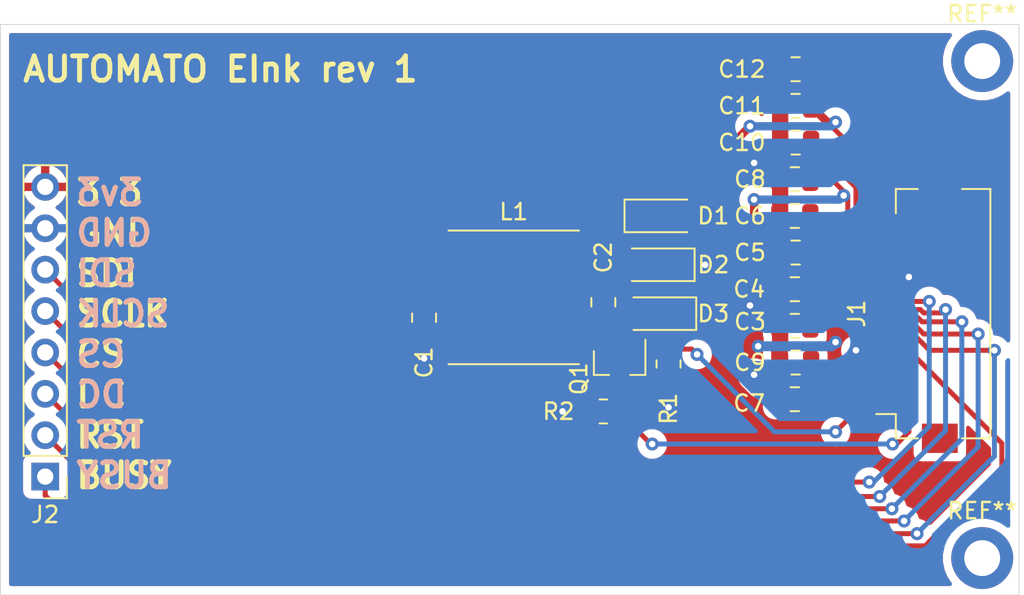
<source format=kicad_pcb>
(kicad_pcb (version 20171130) (host pcbnew "(5.1.8)-1")

  (general
    (thickness 1.6)
    (drawings 7)
    (tracks 172)
    (zones 0)
    (modules 23)
    (nets 25)
  )

  (page A4)
  (layers
    (0 F.Cu signal)
    (31 B.Cu signal)
    (32 B.Adhes user hide)
    (33 F.Adhes user hide)
    (34 B.Paste user)
    (35 F.Paste user)
    (36 B.SilkS user)
    (37 F.SilkS user)
    (38 B.Mask user)
    (39 F.Mask user hide)
    (40 Dwgs.User user)
    (41 Cmts.User user)
    (42 Eco1.User user)
    (43 Eco2.User user)
    (44 Edge.Cuts user)
    (45 Margin user)
    (46 B.CrtYd user hide)
    (47 F.CrtYd user)
    (48 B.Fab user hide)
    (49 F.Fab user hide)
  )

  (setup
    (last_trace_width 0.2)
    (user_trace_width 0.254)
    (user_trace_width 0.3048)
    (user_trace_width 0.4064)
    (user_trace_width 0.4572)
    (user_trace_width 0.508)
    (user_trace_width 0.6096)
    (user_trace_width 1)
    (trace_clearance 0.1524)
    (zone_clearance 0.508)
    (zone_45_only no)
    (trace_min 0.2)
    (via_size 0.8)
    (via_drill 0.4)
    (via_min_size 0.4)
    (via_min_drill 0.3)
    (uvia_size 0.3)
    (uvia_drill 0.1)
    (uvias_allowed no)
    (uvia_min_size 0.2)
    (uvia_min_drill 0.1)
    (edge_width 0.05)
    (segment_width 0.2)
    (pcb_text_width 0.3)
    (pcb_text_size 1.5 1.5)
    (mod_edge_width 0.12)
    (mod_text_size 1 1)
    (mod_text_width 0.15)
    (pad_size 1.524 1.524)
    (pad_drill 0.762)
    (pad_to_mask_clearance 0)
    (aux_axis_origin 0 0)
    (visible_elements 7FFFFFFF)
    (pcbplotparams
      (layerselection 0x010fc_ffffffff)
      (usegerberextensions false)
      (usegerberattributes true)
      (usegerberadvancedattributes true)
      (creategerberjobfile true)
      (excludeedgelayer true)
      (linewidth 0.100000)
      (plotframeref false)
      (viasonmask false)
      (mode 1)
      (useauxorigin false)
      (hpglpennumber 1)
      (hpglpenspeed 20)
      (hpglpendiameter 15.000000)
      (psnegative false)
      (psa4output false)
      (plotreference true)
      (plotvalue true)
      (plotinvisibletext false)
      (padsonsilk false)
      (subtractmaskfromsilk false)
      (outputformat 1)
      (mirror false)
      (drillshape 1)
      (scaleselection 1)
      (outputdirectory ""))
  )

  (net 0 "")
  (net 1 GND)
  (net 2 +3V3)
  (net 3 "Net-(C2-Pad2)")
  (net 4 "Net-(C2-Pad1)")
  (net 5 "Net-(C4-Pad2)")
  (net 6 "Net-(C5-Pad2)")
  (net 7 "Net-(C6-Pad2)")
  (net 8 "Net-(C7-Pad2)")
  (net 9 /PREVGH)
  (net 10 "Net-(C9-Pad2)")
  (net 11 "Net-(C10-Pad2)")
  (net 12 /PREVGL)
  (net 13 "Net-(C12-Pad2)")
  (net 14 /SDI)
  (net 15 /SCLK)
  (net 16 /CS)
  (net 17 /DC)
  (net 18 /RST)
  (net 19 /BUSY)
  (net 20 /TSDA)
  (net 21 /TSCL)
  (net 22 /RESE)
  (net 23 /GDR)
  (net 24 /HLT_CTL)

  (net_class Default "This is the default net class."
    (clearance 0.1524)
    (trace_width 0.2)
    (via_dia 0.8)
    (via_drill 0.4)
    (uvia_dia 0.3)
    (uvia_drill 0.1)
    (add_net +3V3)
    (add_net /BUSY)
    (add_net /CS)
    (add_net /DC)
    (add_net /GDR)
    (add_net /HLT_CTL)
    (add_net /PREVGH)
    (add_net /PREVGL)
    (add_net /RESE)
    (add_net /RST)
    (add_net /SCLK)
    (add_net /SDI)
    (add_net /TSCL)
    (add_net /TSDA)
    (add_net GND)
    (add_net "Net-(C10-Pad2)")
    (add_net "Net-(C12-Pad2)")
    (add_net "Net-(C2-Pad1)")
    (add_net "Net-(C2-Pad2)")
    (add_net "Net-(C4-Pad2)")
    (add_net "Net-(C5-Pad2)")
    (add_net "Net-(C6-Pad2)")
    (add_net "Net-(C7-Pad2)")
    (add_net "Net-(C9-Pad2)")
  )

  (module MountingHole:MountingHole_2.2mm_M2_DIN965_Pad_TopBottom (layer F.Cu) (tedit 56D1B4CB) (tstamp 62D86D85)
    (at 197.75 122.75)
    (descr "Mounting Hole 2.2mm, M2, DIN965")
    (tags "mounting hole 2.2mm m2 din965")
    (attr virtual)
    (fp_text reference REF** (at 0 -2.9) (layer F.SilkS)
      (effects (font (size 1 1) (thickness 0.15)))
    )
    (fp_text value MountingHole_2.2mm_M2_DIN965_Pad_TopBottom (at 0 2.9) (layer F.Fab)
      (effects (font (size 1 1) (thickness 0.15)))
    )
    (fp_circle (center 0 0) (end 2.15 0) (layer F.CrtYd) (width 0.05))
    (fp_circle (center 0 0) (end 1.9 0) (layer Cmts.User) (width 0.15))
    (fp_text user %R (at 0.3 0) (layer F.Fab)
      (effects (font (size 1 1) (thickness 0.15)))
    )
    (pad 1 thru_hole circle (at 0 0) (size 2.6 2.6) (drill 2.2) (layers *.Cu *.Mask))
    (pad 1 connect circle (at 0 0) (size 3.8 3.8) (layers F.Cu F.Mask))
    (pad 1 connect circle (at 0 0) (size 3.8 3.8) (layers B.Cu B.Mask))
  )

  (module MountingHole:MountingHole_2.2mm_M2_DIN965_Pad_TopBottom (layer F.Cu) (tedit 56D1B4CB) (tstamp 62D86A0E)
    (at 197.75 92.25)
    (descr "Mounting Hole 2.2mm, M2, DIN965")
    (tags "mounting hole 2.2mm m2 din965")
    (attr virtual)
    (fp_text reference REF** (at 0 -2.9) (layer F.SilkS)
      (effects (font (size 1 1) (thickness 0.15)))
    )
    (fp_text value MountingHole_2.2mm_M2_DIN965_Pad_TopBottom (at 0 2.9) (layer F.Fab)
      (effects (font (size 1 1) (thickness 0.15)))
    )
    (fp_circle (center 0 0) (end 2.15 0) (layer F.CrtYd) (width 0.05))
    (fp_circle (center 0 0) (end 1.9 0) (layer Cmts.User) (width 0.15))
    (fp_text user %R (at 0.3 0) (layer F.Fab)
      (effects (font (size 1 1) (thickness 0.15)))
    )
    (pad 1 connect circle (at 0 0) (size 3.8 3.8) (layers B.Cu B.Mask))
    (pad 1 connect circle (at 0 0) (size 3.8 3.8) (layers F.Cu F.Mask))
    (pad 1 thru_hole circle (at 0 0) (size 2.6 2.6) (drill 2.2) (layers *.Cu *.Mask))
  )

  (module Inductor_SMD:L_Taiyo-Yuden_NR-80xx (layer F.Cu) (tedit 5990349D) (tstamp 62D728FA)
    (at 169 106.75)
    (descr "Inductor, Taiyo Yuden, NR series, Taiyo-Yuden_NR-80xx, 8.0mmx8.0mm")
    (tags "inductor taiyo-yuden nr smd")
    (path /631B7739)
    (attr smd)
    (fp_text reference L1 (at 0 -5.25) (layer F.SilkS)
      (effects (font (size 1 1) (thickness 0.15)))
    )
    (fp_text value 68uH (at 0 4.45) (layer F.Fab)
      (effects (font (size 1 1) (thickness 0.15)))
    )
    (fp_line (start 4.25 -4.25) (end -4.25 -4.25) (layer F.CrtYd) (width 0.05))
    (fp_line (start 4.25 4.25) (end 4.25 -4.25) (layer F.CrtYd) (width 0.05))
    (fp_line (start -4.25 4.25) (end 4.25 4.25) (layer F.CrtYd) (width 0.05))
    (fp_line (start -4.25 -4.25) (end -4.25 4.25) (layer F.CrtYd) (width 0.05))
    (fp_line (start -4 4.1) (end 4 4.1) (layer F.SilkS) (width 0.12))
    (fp_line (start -4 -4.1) (end 4 -4.1) (layer F.SilkS) (width 0.12))
    (fp_line (start -2.8 4) (end 0 4) (layer F.Fab) (width 0.1))
    (fp_line (start -4 2.8) (end -2.8 4) (layer F.Fab) (width 0.1))
    (fp_line (start -4 0) (end -4 2.8) (layer F.Fab) (width 0.1))
    (fp_line (start 2.8 4) (end 0 4) (layer F.Fab) (width 0.1))
    (fp_line (start 4 2.8) (end 2.8 4) (layer F.Fab) (width 0.1))
    (fp_line (start 4 0) (end 4 2.8) (layer F.Fab) (width 0.1))
    (fp_line (start 2.8 -4) (end 0 -4) (layer F.Fab) (width 0.1))
    (fp_line (start 4 -2.8) (end 2.8 -4) (layer F.Fab) (width 0.1))
    (fp_line (start 4 0) (end 4 -2.8) (layer F.Fab) (width 0.1))
    (fp_line (start -2.8 -4) (end 0 -4) (layer F.Fab) (width 0.1))
    (fp_line (start -4 -2.8) (end -2.8 -4) (layer F.Fab) (width 0.1))
    (fp_line (start -4 0) (end -4 -2.8) (layer F.Fab) (width 0.1))
    (fp_text user %R (at 0 0) (layer F.Fab)
      (effects (font (size 1 1) (thickness 0.15)))
    )
    (pad 2 smd rect (at 2.8 0) (size 1.8 7.7) (layers F.Cu F.Paste F.Mask)
      (net 3 "Net-(C2-Pad2)"))
    (pad 1 smd rect (at -2.8 0) (size 1.8 7.7) (layers F.Cu F.Paste F.Mask)
      (net 2 +3V3))
    (model ${KISYS3DMOD}/Inductor_SMD.3dshapes/L_Taiyo-Yuden_NR-80xx.wrl
      (at (xyz 0 0 0))
      (scale (xyz 1 1 1))
      (rotate (xyz 0 0 0))
    )
  )

  (module Package_TO_SOT_SMD:SOT-23 (layer F.Cu) (tedit 5A02FF57) (tstamp 62D62900)
    (at 175.5 110.75 270)
    (descr "SOT-23, Standard")
    (tags SOT-23)
    (path /631C3192)
    (attr smd)
    (fp_text reference Q1 (at 1 2.5 90) (layer F.SilkS)
      (effects (font (size 1 1) (thickness 0.15)))
    )
    (fp_text value Q_NMOS_GDS (at 0 2.5 90) (layer F.Fab)
      (effects (font (size 1 1) (thickness 0.15)))
    )
    (fp_line (start -0.7 -0.95) (end -0.7 1.5) (layer F.Fab) (width 0.1))
    (fp_line (start -0.15 -1.52) (end 0.7 -1.52) (layer F.Fab) (width 0.1))
    (fp_line (start -0.7 -0.95) (end -0.15 -1.52) (layer F.Fab) (width 0.1))
    (fp_line (start 0.7 -1.52) (end 0.7 1.52) (layer F.Fab) (width 0.1))
    (fp_line (start -0.7 1.52) (end 0.7 1.52) (layer F.Fab) (width 0.1))
    (fp_line (start 0.76 1.58) (end 0.76 0.65) (layer F.SilkS) (width 0.12))
    (fp_line (start 0.76 -1.58) (end 0.76 -0.65) (layer F.SilkS) (width 0.12))
    (fp_line (start -1.7 -1.75) (end 1.7 -1.75) (layer F.CrtYd) (width 0.05))
    (fp_line (start 1.7 -1.75) (end 1.7 1.75) (layer F.CrtYd) (width 0.05))
    (fp_line (start 1.7 1.75) (end -1.7 1.75) (layer F.CrtYd) (width 0.05))
    (fp_line (start -1.7 1.75) (end -1.7 -1.75) (layer F.CrtYd) (width 0.05))
    (fp_line (start 0.76 -1.58) (end -1.4 -1.58) (layer F.SilkS) (width 0.12))
    (fp_line (start 0.76 1.58) (end -0.7 1.58) (layer F.SilkS) (width 0.12))
    (fp_text user %R (at 0 0) (layer F.Fab)
      (effects (font (size 0.5 0.5) (thickness 0.075)))
    )
    (pad 3 smd rect (at 1 0 270) (size 0.9 0.8) (layers F.Cu F.Paste F.Mask)
      (net 22 /RESE))
    (pad 2 smd rect (at -1 0.95 270) (size 0.9 0.8) (layers F.Cu F.Paste F.Mask)
      (net 3 "Net-(C2-Pad2)"))
    (pad 1 smd rect (at -1 -0.95 270) (size 0.9 0.8) (layers F.Cu F.Paste F.Mask)
      (net 23 /GDR))
    (model ${KISYS3DMOD}/Package_TO_SOT_SMD.3dshapes/SOT-23.wrl
      (at (xyz 0 0 0))
      (scale (xyz 1 1 1))
      (rotate (xyz 0 0 0))
    )
  )

  (module Resistor_SMD:R_0805_2012Metric (layer F.Cu) (tedit 5F68FEEE) (tstamp 62D61473)
    (at 174.5 113.75 180)
    (descr "Resistor SMD 0805 (2012 Metric), square (rectangular) end terminal, IPC_7351 nominal, (Body size source: IPC-SM-782 page 72, https://www.pcb-3d.com/wordpress/wp-content/uploads/ipc-sm-782a_amendment_1_and_2.pdf), generated with kicad-footprint-generator")
    (tags resistor)
    (path /631CAA59)
    (attr smd)
    (fp_text reference R2 (at 2.75 0) (layer F.SilkS)
      (effects (font (size 1 1) (thickness 0.15)))
    )
    (fp_text value 0.47R (at 0 1.65) (layer F.Fab)
      (effects (font (size 1 1) (thickness 0.15)))
    )
    (fp_line (start -1 0.625) (end -1 -0.625) (layer F.Fab) (width 0.1))
    (fp_line (start -1 -0.625) (end 1 -0.625) (layer F.Fab) (width 0.1))
    (fp_line (start 1 -0.625) (end 1 0.625) (layer F.Fab) (width 0.1))
    (fp_line (start 1 0.625) (end -1 0.625) (layer F.Fab) (width 0.1))
    (fp_line (start -0.227064 -0.735) (end 0.227064 -0.735) (layer F.SilkS) (width 0.12))
    (fp_line (start -0.227064 0.735) (end 0.227064 0.735) (layer F.SilkS) (width 0.12))
    (fp_line (start -1.68 0.95) (end -1.68 -0.95) (layer F.CrtYd) (width 0.05))
    (fp_line (start -1.68 -0.95) (end 1.68 -0.95) (layer F.CrtYd) (width 0.05))
    (fp_line (start 1.68 -0.95) (end 1.68 0.95) (layer F.CrtYd) (width 0.05))
    (fp_line (start 1.68 0.95) (end -1.68 0.95) (layer F.CrtYd) (width 0.05))
    (fp_text user %R (at 0 0) (layer F.Fab)
      (effects (font (size 0.5 0.5) (thickness 0.08)))
    )
    (pad 2 smd roundrect (at 0.9125 0 180) (size 1.025 1.4) (layers F.Cu F.Paste F.Mask) (roundrect_rratio 0.243902)
      (net 1 GND))
    (pad 1 smd roundrect (at -0.9125 0 180) (size 1.025 1.4) (layers F.Cu F.Paste F.Mask) (roundrect_rratio 0.243902)
      (net 22 /RESE))
    (model ${KISYS3DMOD}/Resistor_SMD.3dshapes/R_0805_2012Metric.wrl
      (at (xyz 0 0 0))
      (scale (xyz 1 1 1))
      (rotate (xyz 0 0 0))
    )
  )

  (module Resistor_SMD:R_0805_2012Metric (layer F.Cu) (tedit 5F68FEEE) (tstamp 62D61462)
    (at 178.5 110.8375 270)
    (descr "Resistor SMD 0805 (2012 Metric), square (rectangular) end terminal, IPC_7351 nominal, (Body size source: IPC-SM-782 page 72, https://www.pcb-3d.com/wordpress/wp-content/uploads/ipc-sm-782a_amendment_1_and_2.pdf), generated with kicad-footprint-generator")
    (tags resistor)
    (path /631C5AB5)
    (attr smd)
    (fp_text reference R1 (at 2.75 0 90) (layer F.SilkS)
      (effects (font (size 1 1) (thickness 0.15)))
    )
    (fp_text value 10k (at 0 1.65 90) (layer F.Fab)
      (effects (font (size 1 1) (thickness 0.15)))
    )
    (fp_line (start -1 0.625) (end -1 -0.625) (layer F.Fab) (width 0.1))
    (fp_line (start -1 -0.625) (end 1 -0.625) (layer F.Fab) (width 0.1))
    (fp_line (start 1 -0.625) (end 1 0.625) (layer F.Fab) (width 0.1))
    (fp_line (start 1 0.625) (end -1 0.625) (layer F.Fab) (width 0.1))
    (fp_line (start -0.227064 -0.735) (end 0.227064 -0.735) (layer F.SilkS) (width 0.12))
    (fp_line (start -0.227064 0.735) (end 0.227064 0.735) (layer F.SilkS) (width 0.12))
    (fp_line (start -1.68 0.95) (end -1.68 -0.95) (layer F.CrtYd) (width 0.05))
    (fp_line (start -1.68 -0.95) (end 1.68 -0.95) (layer F.CrtYd) (width 0.05))
    (fp_line (start 1.68 -0.95) (end 1.68 0.95) (layer F.CrtYd) (width 0.05))
    (fp_line (start 1.68 0.95) (end -1.68 0.95) (layer F.CrtYd) (width 0.05))
    (fp_text user %R (at 0 0 90) (layer F.Fab)
      (effects (font (size 0.5 0.5) (thickness 0.08)))
    )
    (pad 2 smd roundrect (at 0.9125 0 270) (size 1.025 1.4) (layers F.Cu F.Paste F.Mask) (roundrect_rratio 0.243902)
      (net 1 GND))
    (pad 1 smd roundrect (at -0.9125 0 270) (size 1.025 1.4) (layers F.Cu F.Paste F.Mask) (roundrect_rratio 0.243902)
      (net 23 /GDR))
    (model ${KISYS3DMOD}/Resistor_SMD.3dshapes/R_0805_2012Metric.wrl
      (at (xyz 0 0 0))
      (scale (xyz 1 1 1))
      (rotate (xyz 0 0 0))
    )
  )

  (module Connector_PinHeader_2.54mm:PinHeader_1x08_P2.54mm_Vertical (layer F.Cu) (tedit 59FED5CC) (tstamp 62D61451)
    (at 140.25 117.75 180)
    (descr "Through hole straight pin header, 1x08, 2.54mm pitch, single row")
    (tags "Through hole pin header THT 1x08 2.54mm single row")
    (path /631F46FA)
    (fp_text reference J2 (at 0 -2.33) (layer F.SilkS)
      (effects (font (size 1 1) (thickness 0.15)))
    )
    (fp_text value Conn_01x08_Male (at 0 20.11) (layer F.Fab)
      (effects (font (size 1 1) (thickness 0.15)))
    )
    (fp_line (start -0.635 -1.27) (end 1.27 -1.27) (layer F.Fab) (width 0.1))
    (fp_line (start 1.27 -1.27) (end 1.27 19.05) (layer F.Fab) (width 0.1))
    (fp_line (start 1.27 19.05) (end -1.27 19.05) (layer F.Fab) (width 0.1))
    (fp_line (start -1.27 19.05) (end -1.27 -0.635) (layer F.Fab) (width 0.1))
    (fp_line (start -1.27 -0.635) (end -0.635 -1.27) (layer F.Fab) (width 0.1))
    (fp_line (start -1.33 19.11) (end 1.33 19.11) (layer F.SilkS) (width 0.12))
    (fp_line (start -1.33 1.27) (end -1.33 19.11) (layer F.SilkS) (width 0.12))
    (fp_line (start 1.33 1.27) (end 1.33 19.11) (layer F.SilkS) (width 0.12))
    (fp_line (start -1.33 1.27) (end 1.33 1.27) (layer F.SilkS) (width 0.12))
    (fp_line (start -1.33 0) (end -1.33 -1.33) (layer F.SilkS) (width 0.12))
    (fp_line (start -1.33 -1.33) (end 0 -1.33) (layer F.SilkS) (width 0.12))
    (fp_line (start -1.8 -1.8) (end -1.8 19.55) (layer F.CrtYd) (width 0.05))
    (fp_line (start -1.8 19.55) (end 1.8 19.55) (layer F.CrtYd) (width 0.05))
    (fp_line (start 1.8 19.55) (end 1.8 -1.8) (layer F.CrtYd) (width 0.05))
    (fp_line (start 1.8 -1.8) (end -1.8 -1.8) (layer F.CrtYd) (width 0.05))
    (fp_text user %R (at 0 8.89 90) (layer F.Fab)
      (effects (font (size 1 1) (thickness 0.15)))
    )
    (pad 8 thru_hole oval (at 0 17.78 180) (size 1.7 1.7) (drill 1) (layers *.Cu *.Mask)
      (net 2 +3V3))
    (pad 7 thru_hole oval (at 0 15.24 180) (size 1.7 1.7) (drill 1) (layers *.Cu *.Mask)
      (net 1 GND))
    (pad 6 thru_hole oval (at 0 12.7 180) (size 1.7 1.7) (drill 1) (layers *.Cu *.Mask)
      (net 14 /SDI))
    (pad 5 thru_hole oval (at 0 10.16 180) (size 1.7 1.7) (drill 1) (layers *.Cu *.Mask)
      (net 15 /SCLK))
    (pad 4 thru_hole oval (at 0 7.62 180) (size 1.7 1.7) (drill 1) (layers *.Cu *.Mask)
      (net 16 /CS))
    (pad 3 thru_hole oval (at 0 5.08 180) (size 1.7 1.7) (drill 1) (layers *.Cu *.Mask)
      (net 17 /DC))
    (pad 2 thru_hole oval (at 0 2.54 180) (size 1.7 1.7) (drill 1) (layers *.Cu *.Mask)
      (net 18 /RST))
    (pad 1 thru_hole rect (at 0 0 180) (size 1.7 1.7) (drill 1) (layers *.Cu *.Mask)
      (net 19 /BUSY))
    (model ${KISYS3DMOD}/Connector_PinHeader_2.54mm.3dshapes/PinHeader_1x08_P2.54mm_Vertical.wrl
      (at (xyz 0 0 0))
      (scale (xyz 1 1 1))
      (rotate (xyz 0 0 0))
    )
  )

  (module Connector_FFC-FPC:Hirose_FH12-24S-0.5SH_1x24-1MP_P0.50mm_Horizontal (layer F.Cu) (tedit 5D24667B) (tstamp 62D701B1)
    (at 193.75 107.75 90)
    (descr "Hirose FH12, FFC/FPC connector, FH12-24S-0.5SH, 24 Pins per row (https://www.hirose.com/product/en/products/FH12/FH12-24S-0.5SH(55)/), generated with kicad-footprint-generator")
    (tags "connector Hirose FH12 horizontal")
    (path /631935D3)
    (attr smd)
    (fp_text reference J1 (at 0 -3.7 90) (layer F.SilkS)
      (effects (font (size 1 1) (thickness 0.15)))
    )
    (fp_text value Conn_01x24 (at 0 5.6 90) (layer F.Fab)
      (effects (font (size 1 1) (thickness 0.15)))
    )
    (fp_line (start 0 -1.2) (end -7.55 -1.2) (layer F.Fab) (width 0.1))
    (fp_line (start -7.55 -1.2) (end -7.55 3.4) (layer F.Fab) (width 0.1))
    (fp_line (start -7.55 3.4) (end -6.95 3.4) (layer F.Fab) (width 0.1))
    (fp_line (start -6.95 3.4) (end -6.95 3.7) (layer F.Fab) (width 0.1))
    (fp_line (start -6.95 3.7) (end -7.45 3.7) (layer F.Fab) (width 0.1))
    (fp_line (start -7.45 3.7) (end -7.45 4.4) (layer F.Fab) (width 0.1))
    (fp_line (start -7.45 4.4) (end 0 4.4) (layer F.Fab) (width 0.1))
    (fp_line (start 0 -1.2) (end 7.55 -1.2) (layer F.Fab) (width 0.1))
    (fp_line (start 7.55 -1.2) (end 7.55 3.4) (layer F.Fab) (width 0.1))
    (fp_line (start 7.55 3.4) (end 6.95 3.4) (layer F.Fab) (width 0.1))
    (fp_line (start 6.95 3.4) (end 6.95 3.7) (layer F.Fab) (width 0.1))
    (fp_line (start 6.95 3.7) (end 7.45 3.7) (layer F.Fab) (width 0.1))
    (fp_line (start 7.45 3.7) (end 7.45 4.4) (layer F.Fab) (width 0.1))
    (fp_line (start 7.45 4.4) (end 0 4.4) (layer F.Fab) (width 0.1))
    (fp_line (start -6.16 -1.3) (end -7.65 -1.3) (layer F.SilkS) (width 0.12))
    (fp_line (start -7.65 -1.3) (end -7.65 0.04) (layer F.SilkS) (width 0.12))
    (fp_line (start 6.16 -1.3) (end 7.65 -1.3) (layer F.SilkS) (width 0.12))
    (fp_line (start 7.65 -1.3) (end 7.65 0.04) (layer F.SilkS) (width 0.12))
    (fp_line (start -7.65 2.76) (end -7.65 4.5) (layer F.SilkS) (width 0.12))
    (fp_line (start -7.65 4.5) (end 7.65 4.5) (layer F.SilkS) (width 0.12))
    (fp_line (start 7.65 4.5) (end 7.65 2.76) (layer F.SilkS) (width 0.12))
    (fp_line (start -6.16 -1.3) (end -6.16 -2.5) (layer F.SilkS) (width 0.12))
    (fp_line (start -6.25 -1.2) (end -5.75 -0.492893) (layer F.Fab) (width 0.1))
    (fp_line (start -5.75 -0.492893) (end -5.25 -1.2) (layer F.Fab) (width 0.1))
    (fp_line (start -9.05 -3) (end -9.05 4.9) (layer F.CrtYd) (width 0.05))
    (fp_line (start -9.05 4.9) (end 9.05 4.9) (layer F.CrtYd) (width 0.05))
    (fp_line (start 9.05 4.9) (end 9.05 -3) (layer F.CrtYd) (width 0.05))
    (fp_line (start 9.05 -3) (end -9.05 -3) (layer F.CrtYd) (width 0.05))
    (fp_text user %R (at 0 3.7 90) (layer F.Fab)
      (effects (font (size 1 1) (thickness 0.15)))
    )
    (pad 24 smd rect (at 5.75 -1.85 90) (size 0.3 1.3) (layers F.Cu F.Paste F.Mask)
      (net 13 "Net-(C12-Pad2)"))
    (pad 23 smd rect (at 5.25 -1.85 90) (size 0.3 1.3) (layers F.Cu F.Paste F.Mask)
      (net 12 /PREVGL))
    (pad 22 smd rect (at 4.75 -1.85 90) (size 0.3 1.3) (layers F.Cu F.Paste F.Mask)
      (net 11 "Net-(C10-Pad2)"))
    (pad 21 smd rect (at 4.25 -1.85 90) (size 0.3 1.3) (layers F.Cu F.Paste F.Mask)
      (net 9 /PREVGH))
    (pad 20 smd rect (at 3.75 -1.85 90) (size 0.3 1.3) (layers F.Cu F.Paste F.Mask)
      (net 7 "Net-(C6-Pad2)"))
    (pad 19 smd rect (at 3.25 -1.85 90) (size 0.3 1.3) (layers F.Cu F.Paste F.Mask)
      (net 6 "Net-(C5-Pad2)"))
    (pad 18 smd rect (at 2.75 -1.85 90) (size 0.3 1.3) (layers F.Cu F.Paste F.Mask)
      (net 5 "Net-(C4-Pad2)"))
    (pad 17 smd rect (at 2.25 -1.85 90) (size 0.3 1.3) (layers F.Cu F.Paste F.Mask)
      (net 1 GND))
    (pad 16 smd rect (at 1.75 -1.85 90) (size 0.3 1.3) (layers F.Cu F.Paste F.Mask)
      (net 2 +3V3))
    (pad 15 smd rect (at 1.25 -1.85 90) (size 0.3 1.3) (layers F.Cu F.Paste F.Mask)
      (net 2 +3V3))
    (pad 14 smd rect (at 0.75 -1.85 90) (size 0.3 1.3) (layers F.Cu F.Paste F.Mask)
      (net 14 /SDI))
    (pad 13 smd rect (at 0.25 -1.85 90) (size 0.3 1.3) (layers F.Cu F.Paste F.Mask)
      (net 15 /SCLK))
    (pad 12 smd rect (at -0.25 -1.85 90) (size 0.3 1.3) (layers F.Cu F.Paste F.Mask)
      (net 16 /CS))
    (pad 11 smd rect (at -0.75 -1.85 90) (size 0.3 1.3) (layers F.Cu F.Paste F.Mask)
      (net 17 /DC))
    (pad 10 smd rect (at -1.25 -1.85 90) (size 0.3 1.3) (layers F.Cu F.Paste F.Mask)
      (net 18 /RST))
    (pad 9 smd rect (at -1.75 -1.85 90) (size 0.3 1.3) (layers F.Cu F.Paste F.Mask)
      (net 19 /BUSY))
    (pad 8 smd rect (at -2.25 -1.85 90) (size 0.3 1.3) (layers F.Cu F.Paste F.Mask)
      (net 1 GND))
    (pad 7 smd rect (at -2.75 -1.85 90) (size 0.3 1.3) (layers F.Cu F.Paste F.Mask)
      (net 20 /TSDA))
    (pad 6 smd rect (at -3.25 -1.85 90) (size 0.3 1.3) (layers F.Cu F.Paste F.Mask)
      (net 21 /TSCL))
    (pad 5 smd rect (at -3.75 -1.85 90) (size 0.3 1.3) (layers F.Cu F.Paste F.Mask)
      (net 10 "Net-(C9-Pad2)"))
    (pad 4 smd rect (at -4.25 -1.85 90) (size 0.3 1.3) (layers F.Cu F.Paste F.Mask)
      (net 8 "Net-(C7-Pad2)"))
    (pad 3 smd rect (at -4.75 -1.85 90) (size 0.3 1.3) (layers F.Cu F.Paste F.Mask)
      (net 22 /RESE))
    (pad 2 smd rect (at -5.25 -1.85 90) (size 0.3 1.3) (layers F.Cu F.Paste F.Mask)
      (net 23 /GDR))
    (pad 1 smd rect (at -5.75 -1.85 90) (size 0.3 1.3) (layers F.Cu F.Paste F.Mask)
      (net 24 /HLT_CTL))
    (pad MP smd rect (at -7.65 1.4 90) (size 1.8 2.2) (layers F.Cu F.Paste F.Mask))
    (pad MP smd rect (at 7.65 1.4 90) (size 1.8 2.2) (layers F.Cu F.Paste F.Mask))
    (model ${KISYS3DMOD}/Connector_FFC-FPC.3dshapes/Hirose_FH12-24S-0.5SH_1x24-1MP_P0.50mm_Horizontal.wrl
      (at (xyz 0 0 0))
      (scale (xyz 1 1 1))
      (rotate (xyz 0 0 0))
    )
  )

  (module Diode_SMD:D_SOD-123F (layer F.Cu) (tedit 587F7769) (tstamp 62D613FA)
    (at 178 107.75 180)
    (descr D_SOD-123F)
    (tags D_SOD-123F)
    (path /631B3A21)
    (attr smd)
    (fp_text reference D3 (at -3.25 0) (layer F.SilkS)
      (effects (font (size 1 1) (thickness 0.15)))
    )
    (fp_text value "30V 0.5A" (at 0 2.1) (layer F.Fab)
      (effects (font (size 1 1) (thickness 0.15)))
    )
    (fp_line (start -2.2 -1) (end -2.2 1) (layer F.SilkS) (width 0.12))
    (fp_line (start 0.25 0) (end 0.75 0) (layer F.Fab) (width 0.1))
    (fp_line (start 0.25 0.4) (end -0.35 0) (layer F.Fab) (width 0.1))
    (fp_line (start 0.25 -0.4) (end 0.25 0.4) (layer F.Fab) (width 0.1))
    (fp_line (start -0.35 0) (end 0.25 -0.4) (layer F.Fab) (width 0.1))
    (fp_line (start -0.35 0) (end -0.35 0.55) (layer F.Fab) (width 0.1))
    (fp_line (start -0.35 0) (end -0.35 -0.55) (layer F.Fab) (width 0.1))
    (fp_line (start -0.75 0) (end -0.35 0) (layer F.Fab) (width 0.1))
    (fp_line (start -1.4 0.9) (end -1.4 -0.9) (layer F.Fab) (width 0.1))
    (fp_line (start 1.4 0.9) (end -1.4 0.9) (layer F.Fab) (width 0.1))
    (fp_line (start 1.4 -0.9) (end 1.4 0.9) (layer F.Fab) (width 0.1))
    (fp_line (start -1.4 -0.9) (end 1.4 -0.9) (layer F.Fab) (width 0.1))
    (fp_line (start -2.2 -1.15) (end 2.2 -1.15) (layer F.CrtYd) (width 0.05))
    (fp_line (start 2.2 -1.15) (end 2.2 1.15) (layer F.CrtYd) (width 0.05))
    (fp_line (start 2.2 1.15) (end -2.2 1.15) (layer F.CrtYd) (width 0.05))
    (fp_line (start -2.2 -1.15) (end -2.2 1.15) (layer F.CrtYd) (width 0.05))
    (fp_line (start -2.2 1) (end 1.65 1) (layer F.SilkS) (width 0.12))
    (fp_line (start -2.2 -1) (end 1.65 -1) (layer F.SilkS) (width 0.12))
    (fp_text user %R (at -0.127 -1.905) (layer F.Fab)
      (effects (font (size 1 1) (thickness 0.15)))
    )
    (pad 2 smd rect (at 1.4 0 180) (size 1.1 1.1) (layers F.Cu F.Paste F.Mask)
      (net 3 "Net-(C2-Pad2)"))
    (pad 1 smd rect (at -1.4 0 180) (size 1.1 1.1) (layers F.Cu F.Paste F.Mask)
      (net 9 /PREVGH))
    (model ${KISYS3DMOD}/Diode_SMD.3dshapes/D_SOD-123F.wrl
      (at (xyz 0 0 0))
      (scale (xyz 1 1 1))
      (rotate (xyz 0 0 0))
    )
  )

  (module Diode_SMD:D_SOD-123F (layer F.Cu) (tedit 587F7769) (tstamp 62D613E1)
    (at 177.9 104.75 180)
    (descr D_SOD-123F)
    (tags D_SOD-123F)
    (path /631B27DC)
    (attr smd)
    (fp_text reference D2 (at -3.35 0) (layer F.SilkS)
      (effects (font (size 1 1) (thickness 0.15)))
    )
    (fp_text value "30V 0.5A" (at 0 2.1) (layer F.Fab)
      (effects (font (size 1 1) (thickness 0.15)))
    )
    (fp_line (start -2.2 -1) (end -2.2 1) (layer F.SilkS) (width 0.12))
    (fp_line (start 0.25 0) (end 0.75 0) (layer F.Fab) (width 0.1))
    (fp_line (start 0.25 0.4) (end -0.35 0) (layer F.Fab) (width 0.1))
    (fp_line (start 0.25 -0.4) (end 0.25 0.4) (layer F.Fab) (width 0.1))
    (fp_line (start -0.35 0) (end 0.25 -0.4) (layer F.Fab) (width 0.1))
    (fp_line (start -0.35 0) (end -0.35 0.55) (layer F.Fab) (width 0.1))
    (fp_line (start -0.35 0) (end -0.35 -0.55) (layer F.Fab) (width 0.1))
    (fp_line (start -0.75 0) (end -0.35 0) (layer F.Fab) (width 0.1))
    (fp_line (start -1.4 0.9) (end -1.4 -0.9) (layer F.Fab) (width 0.1))
    (fp_line (start 1.4 0.9) (end -1.4 0.9) (layer F.Fab) (width 0.1))
    (fp_line (start 1.4 -0.9) (end 1.4 0.9) (layer F.Fab) (width 0.1))
    (fp_line (start -1.4 -0.9) (end 1.4 -0.9) (layer F.Fab) (width 0.1))
    (fp_line (start -2.2 -1.15) (end 2.2 -1.15) (layer F.CrtYd) (width 0.05))
    (fp_line (start 2.2 -1.15) (end 2.2 1.15) (layer F.CrtYd) (width 0.05))
    (fp_line (start 2.2 1.15) (end -2.2 1.15) (layer F.CrtYd) (width 0.05))
    (fp_line (start -2.2 -1.15) (end -2.2 1.15) (layer F.CrtYd) (width 0.05))
    (fp_line (start -2.2 1) (end 1.65 1) (layer F.SilkS) (width 0.12))
    (fp_line (start -2.2 -1) (end 1.65 -1) (layer F.SilkS) (width 0.12))
    (fp_text user %R (at -0.127 -1.905) (layer F.Fab)
      (effects (font (size 1 1) (thickness 0.15)))
    )
    (pad 2 smd rect (at 1.4 0 180) (size 1.1 1.1) (layers F.Cu F.Paste F.Mask)
      (net 4 "Net-(C2-Pad1)"))
    (pad 1 smd rect (at -1.4 0 180) (size 1.1 1.1) (layers F.Cu F.Paste F.Mask)
      (net 1 GND))
    (model ${KISYS3DMOD}/Diode_SMD.3dshapes/D_SOD-123F.wrl
      (at (xyz 0 0 0))
      (scale (xyz 1 1 1))
      (rotate (xyz 0 0 0))
    )
  )

  (module Diode_SMD:D_SOD-123F (layer F.Cu) (tedit 587F7769) (tstamp 62D613C8)
    (at 178 101.75)
    (descr D_SOD-123F)
    (tags D_SOD-123F)
    (path /631B34F7)
    (attr smd)
    (fp_text reference D1 (at 3.25 0) (layer F.SilkS)
      (effects (font (size 1 1) (thickness 0.15)))
    )
    (fp_text value "30V 0.5A" (at 0 2.1) (layer F.Fab)
      (effects (font (size 1 1) (thickness 0.15)))
    )
    (fp_line (start -2.2 -1) (end -2.2 1) (layer F.SilkS) (width 0.12))
    (fp_line (start 0.25 0) (end 0.75 0) (layer F.Fab) (width 0.1))
    (fp_line (start 0.25 0.4) (end -0.35 0) (layer F.Fab) (width 0.1))
    (fp_line (start 0.25 -0.4) (end 0.25 0.4) (layer F.Fab) (width 0.1))
    (fp_line (start -0.35 0) (end 0.25 -0.4) (layer F.Fab) (width 0.1))
    (fp_line (start -0.35 0) (end -0.35 0.55) (layer F.Fab) (width 0.1))
    (fp_line (start -0.35 0) (end -0.35 -0.55) (layer F.Fab) (width 0.1))
    (fp_line (start -0.75 0) (end -0.35 0) (layer F.Fab) (width 0.1))
    (fp_line (start -1.4 0.9) (end -1.4 -0.9) (layer F.Fab) (width 0.1))
    (fp_line (start 1.4 0.9) (end -1.4 0.9) (layer F.Fab) (width 0.1))
    (fp_line (start 1.4 -0.9) (end 1.4 0.9) (layer F.Fab) (width 0.1))
    (fp_line (start -1.4 -0.9) (end 1.4 -0.9) (layer F.Fab) (width 0.1))
    (fp_line (start -2.2 -1.15) (end 2.2 -1.15) (layer F.CrtYd) (width 0.05))
    (fp_line (start 2.2 -1.15) (end 2.2 1.15) (layer F.CrtYd) (width 0.05))
    (fp_line (start 2.2 1.15) (end -2.2 1.15) (layer F.CrtYd) (width 0.05))
    (fp_line (start -2.2 -1.15) (end -2.2 1.15) (layer F.CrtYd) (width 0.05))
    (fp_line (start -2.2 1) (end 1.65 1) (layer F.SilkS) (width 0.12))
    (fp_line (start -2.2 -1) (end 1.65 -1) (layer F.SilkS) (width 0.12))
    (fp_text user %R (at -0.127 -1.905) (layer F.Fab)
      (effects (font (size 1 1) (thickness 0.15)))
    )
    (pad 2 smd rect (at 1.4 0) (size 1.1 1.1) (layers F.Cu F.Paste F.Mask)
      (net 12 /PREVGL))
    (pad 1 smd rect (at -1.4 0) (size 1.1 1.1) (layers F.Cu F.Paste F.Mask)
      (net 4 "Net-(C2-Pad1)"))
    (model ${KISYS3DMOD}/Diode_SMD.3dshapes/D_SOD-123F.wrl
      (at (xyz 0 0 0))
      (scale (xyz 1 1 1))
      (rotate (xyz 0 0 0))
    )
  )

  (module Capacitor_SMD:C_0805_2012Metric (layer F.Cu) (tedit 5F68FEEE) (tstamp 62D613AF)
    (at 186.3 92.75)
    (descr "Capacitor SMD 0805 (2012 Metric), square (rectangular) end terminal, IPC_7351 nominal, (Body size source: IPC-SM-782 page 76, https://www.pcb-3d.com/wordpress/wp-content/uploads/ipc-sm-782a_amendment_1_and_2.pdf, https://docs.google.com/spreadsheets/d/1BsfQQcO9C6DZCsRaXUlFlo91Tg2WpOkGARC1WS5S8t0/edit?usp=sharing), generated with kicad-footprint-generator")
    (tags capacitor)
    (path /63194925)
    (attr smd)
    (fp_text reference C12 (at -3.3 0) (layer F.SilkS)
      (effects (font (size 1 1) (thickness 0.15)))
    )
    (fp_text value 1u (at 0 1.68) (layer F.Fab)
      (effects (font (size 1 1) (thickness 0.15)))
    )
    (fp_line (start -1 0.625) (end -1 -0.625) (layer F.Fab) (width 0.1))
    (fp_line (start -1 -0.625) (end 1 -0.625) (layer F.Fab) (width 0.1))
    (fp_line (start 1 -0.625) (end 1 0.625) (layer F.Fab) (width 0.1))
    (fp_line (start 1 0.625) (end -1 0.625) (layer F.Fab) (width 0.1))
    (fp_line (start -0.261252 -0.735) (end 0.261252 -0.735) (layer F.SilkS) (width 0.12))
    (fp_line (start -0.261252 0.735) (end 0.261252 0.735) (layer F.SilkS) (width 0.12))
    (fp_line (start -1.7 0.98) (end -1.7 -0.98) (layer F.CrtYd) (width 0.05))
    (fp_line (start -1.7 -0.98) (end 1.7 -0.98) (layer F.CrtYd) (width 0.05))
    (fp_line (start 1.7 -0.98) (end 1.7 0.98) (layer F.CrtYd) (width 0.05))
    (fp_line (start 1.7 0.98) (end -1.7 0.98) (layer F.CrtYd) (width 0.05))
    (fp_text user %R (at 0 0) (layer F.Fab)
      (effects (font (size 0.5 0.5) (thickness 0.08)))
    )
    (pad 2 smd roundrect (at 0.95 0) (size 1 1.45) (layers F.Cu F.Paste F.Mask) (roundrect_rratio 0.25)
      (net 13 "Net-(C12-Pad2)"))
    (pad 1 smd roundrect (at -0.95 0) (size 1 1.45) (layers F.Cu F.Paste F.Mask) (roundrect_rratio 0.25)
      (net 1 GND))
    (model ${KISYS3DMOD}/Capacitor_SMD.3dshapes/C_0805_2012Metric.wrl
      (at (xyz 0 0 0))
      (scale (xyz 1 1 1))
      (rotate (xyz 0 0 0))
    )
  )

  (module Capacitor_SMD:C_0805_2012Metric (layer F.Cu) (tedit 5F68FEEE) (tstamp 62D6139E)
    (at 186.3 95)
    (descr "Capacitor SMD 0805 (2012 Metric), square (rectangular) end terminal, IPC_7351 nominal, (Body size source: IPC-SM-782 page 76, https://www.pcb-3d.com/wordpress/wp-content/uploads/ipc-sm-782a_amendment_1_and_2.pdf, https://docs.google.com/spreadsheets/d/1BsfQQcO9C6DZCsRaXUlFlo91Tg2WpOkGARC1WS5S8t0/edit?usp=sharing), generated with kicad-footprint-generator")
    (tags capacitor)
    (path /631962C1)
    (attr smd)
    (fp_text reference C11 (at -3.3 0) (layer F.SilkS)
      (effects (font (size 1 1) (thickness 0.15)))
    )
    (fp_text value 1u (at 0 1.68) (layer F.Fab)
      (effects (font (size 1 1) (thickness 0.15)))
    )
    (fp_line (start -1 0.625) (end -1 -0.625) (layer F.Fab) (width 0.1))
    (fp_line (start -1 -0.625) (end 1 -0.625) (layer F.Fab) (width 0.1))
    (fp_line (start 1 -0.625) (end 1 0.625) (layer F.Fab) (width 0.1))
    (fp_line (start 1 0.625) (end -1 0.625) (layer F.Fab) (width 0.1))
    (fp_line (start -0.261252 -0.735) (end 0.261252 -0.735) (layer F.SilkS) (width 0.12))
    (fp_line (start -0.261252 0.735) (end 0.261252 0.735) (layer F.SilkS) (width 0.12))
    (fp_line (start -1.7 0.98) (end -1.7 -0.98) (layer F.CrtYd) (width 0.05))
    (fp_line (start -1.7 -0.98) (end 1.7 -0.98) (layer F.CrtYd) (width 0.05))
    (fp_line (start 1.7 -0.98) (end 1.7 0.98) (layer F.CrtYd) (width 0.05))
    (fp_line (start 1.7 0.98) (end -1.7 0.98) (layer F.CrtYd) (width 0.05))
    (fp_text user %R (at 0 0) (layer F.Fab)
      (effects (font (size 0.5 0.5) (thickness 0.08)))
    )
    (pad 2 smd roundrect (at 0.95 0) (size 1 1.45) (layers F.Cu F.Paste F.Mask) (roundrect_rratio 0.25)
      (net 12 /PREVGL))
    (pad 1 smd roundrect (at -0.95 0) (size 1 1.45) (layers F.Cu F.Paste F.Mask) (roundrect_rratio 0.25)
      (net 1 GND))
    (model ${KISYS3DMOD}/Capacitor_SMD.3dshapes/C_0805_2012Metric.wrl
      (at (xyz 0 0 0))
      (scale (xyz 1 1 1))
      (rotate (xyz 0 0 0))
    )
  )

  (module Capacitor_SMD:C_0805_2012Metric (layer F.Cu) (tedit 5F68FEEE) (tstamp 62D6138D)
    (at 186.3 97.25)
    (descr "Capacitor SMD 0805 (2012 Metric), square (rectangular) end terminal, IPC_7351 nominal, (Body size source: IPC-SM-782 page 76, https://www.pcb-3d.com/wordpress/wp-content/uploads/ipc-sm-782a_amendment_1_and_2.pdf, https://docs.google.com/spreadsheets/d/1BsfQQcO9C6DZCsRaXUlFlo91Tg2WpOkGARC1WS5S8t0/edit?usp=sharing), generated with kicad-footprint-generator")
    (tags capacitor)
    (path /631969B3)
    (attr smd)
    (fp_text reference C10 (at -3.3 0) (layer F.SilkS)
      (effects (font (size 1 1) (thickness 0.15)))
    )
    (fp_text value 1u (at 0 1.68) (layer F.Fab)
      (effects (font (size 1 1) (thickness 0.15)))
    )
    (fp_line (start -1 0.625) (end -1 -0.625) (layer F.Fab) (width 0.1))
    (fp_line (start -1 -0.625) (end 1 -0.625) (layer F.Fab) (width 0.1))
    (fp_line (start 1 -0.625) (end 1 0.625) (layer F.Fab) (width 0.1))
    (fp_line (start 1 0.625) (end -1 0.625) (layer F.Fab) (width 0.1))
    (fp_line (start -0.261252 -0.735) (end 0.261252 -0.735) (layer F.SilkS) (width 0.12))
    (fp_line (start -0.261252 0.735) (end 0.261252 0.735) (layer F.SilkS) (width 0.12))
    (fp_line (start -1.7 0.98) (end -1.7 -0.98) (layer F.CrtYd) (width 0.05))
    (fp_line (start -1.7 -0.98) (end 1.7 -0.98) (layer F.CrtYd) (width 0.05))
    (fp_line (start 1.7 -0.98) (end 1.7 0.98) (layer F.CrtYd) (width 0.05))
    (fp_line (start 1.7 0.98) (end -1.7 0.98) (layer F.CrtYd) (width 0.05))
    (fp_text user %R (at 0 0) (layer F.Fab)
      (effects (font (size 0.5 0.5) (thickness 0.08)))
    )
    (pad 2 smd roundrect (at 0.95 0) (size 1 1.45) (layers F.Cu F.Paste F.Mask) (roundrect_rratio 0.25)
      (net 11 "Net-(C10-Pad2)"))
    (pad 1 smd roundrect (at -0.95 0) (size 1 1.45) (layers F.Cu F.Paste F.Mask) (roundrect_rratio 0.25)
      (net 1 GND))
    (model ${KISYS3DMOD}/Capacitor_SMD.3dshapes/C_0805_2012Metric.wrl
      (at (xyz 0 0 0))
      (scale (xyz 1 1 1))
      (rotate (xyz 0 0 0))
    )
  )

  (module Capacitor_SMD:C_0805_2012Metric (layer F.Cu) (tedit 5F68FEEE) (tstamp 62D6137C)
    (at 186.3 110.75)
    (descr "Capacitor SMD 0805 (2012 Metric), square (rectangular) end terminal, IPC_7351 nominal, (Body size source: IPC-SM-782 page 76, https://www.pcb-3d.com/wordpress/wp-content/uploads/ipc-sm-782a_amendment_1_and_2.pdf, https://docs.google.com/spreadsheets/d/1BsfQQcO9C6DZCsRaXUlFlo91Tg2WpOkGARC1WS5S8t0/edit?usp=sharing), generated with kicad-footprint-generator")
    (tags capacitor)
    (path /631AE633)
    (attr smd)
    (fp_text reference C9 (at -2.8 0) (layer F.SilkS)
      (effects (font (size 1 1) (thickness 0.15)))
    )
    (fp_text value 1u (at 0 1.68) (layer F.Fab)
      (effects (font (size 1 1) (thickness 0.15)))
    )
    (fp_line (start -1 0.625) (end -1 -0.625) (layer F.Fab) (width 0.1))
    (fp_line (start -1 -0.625) (end 1 -0.625) (layer F.Fab) (width 0.1))
    (fp_line (start 1 -0.625) (end 1 0.625) (layer F.Fab) (width 0.1))
    (fp_line (start 1 0.625) (end -1 0.625) (layer F.Fab) (width 0.1))
    (fp_line (start -0.261252 -0.735) (end 0.261252 -0.735) (layer F.SilkS) (width 0.12))
    (fp_line (start -0.261252 0.735) (end 0.261252 0.735) (layer F.SilkS) (width 0.12))
    (fp_line (start -1.7 0.98) (end -1.7 -0.98) (layer F.CrtYd) (width 0.05))
    (fp_line (start -1.7 -0.98) (end 1.7 -0.98) (layer F.CrtYd) (width 0.05))
    (fp_line (start 1.7 -0.98) (end 1.7 0.98) (layer F.CrtYd) (width 0.05))
    (fp_line (start 1.7 0.98) (end -1.7 0.98) (layer F.CrtYd) (width 0.05))
    (fp_text user %R (at 0 0) (layer F.Fab)
      (effects (font (size 0.5 0.5) (thickness 0.08)))
    )
    (pad 2 smd roundrect (at 0.95 0) (size 1 1.45) (layers F.Cu F.Paste F.Mask) (roundrect_rratio 0.25)
      (net 10 "Net-(C9-Pad2)"))
    (pad 1 smd roundrect (at -0.95 0) (size 1 1.45) (layers F.Cu F.Paste F.Mask) (roundrect_rratio 0.25)
      (net 1 GND))
    (model ${KISYS3DMOD}/Capacitor_SMD.3dshapes/C_0805_2012Metric.wrl
      (at (xyz 0 0 0))
      (scale (xyz 1 1 1))
      (rotate (xyz 0 0 0))
    )
  )

  (module Capacitor_SMD:C_0805_2012Metric (layer F.Cu) (tedit 5F68FEEE) (tstamp 62D6136B)
    (at 186.25 99.5)
    (descr "Capacitor SMD 0805 (2012 Metric), square (rectangular) end terminal, IPC_7351 nominal, (Body size source: IPC-SM-782 page 76, https://www.pcb-3d.com/wordpress/wp-content/uploads/ipc-sm-782a_amendment_1_and_2.pdf, https://docs.google.com/spreadsheets/d/1BsfQQcO9C6DZCsRaXUlFlo91Tg2WpOkGARC1WS5S8t0/edit?usp=sharing), generated with kicad-footprint-generator")
    (tags capacitor)
    (path /63196EDB)
    (attr smd)
    (fp_text reference C8 (at -2.75 0) (layer F.SilkS)
      (effects (font (size 1 1) (thickness 0.15)))
    )
    (fp_text value 1u (at 0 1.68) (layer F.Fab)
      (effects (font (size 1 1) (thickness 0.15)))
    )
    (fp_line (start -1 0.625) (end -1 -0.625) (layer F.Fab) (width 0.1))
    (fp_line (start -1 -0.625) (end 1 -0.625) (layer F.Fab) (width 0.1))
    (fp_line (start 1 -0.625) (end 1 0.625) (layer F.Fab) (width 0.1))
    (fp_line (start 1 0.625) (end -1 0.625) (layer F.Fab) (width 0.1))
    (fp_line (start -0.261252 -0.735) (end 0.261252 -0.735) (layer F.SilkS) (width 0.12))
    (fp_line (start -0.261252 0.735) (end 0.261252 0.735) (layer F.SilkS) (width 0.12))
    (fp_line (start -1.7 0.98) (end -1.7 -0.98) (layer F.CrtYd) (width 0.05))
    (fp_line (start -1.7 -0.98) (end 1.7 -0.98) (layer F.CrtYd) (width 0.05))
    (fp_line (start 1.7 -0.98) (end 1.7 0.98) (layer F.CrtYd) (width 0.05))
    (fp_line (start 1.7 0.98) (end -1.7 0.98) (layer F.CrtYd) (width 0.05))
    (fp_text user %R (at 0 0) (layer F.Fab)
      (effects (font (size 0.5 0.5) (thickness 0.08)))
    )
    (pad 2 smd roundrect (at 0.95 0) (size 1 1.45) (layers F.Cu F.Paste F.Mask) (roundrect_rratio 0.25)
      (net 9 /PREVGH))
    (pad 1 smd roundrect (at -0.95 0) (size 1 1.45) (layers F.Cu F.Paste F.Mask) (roundrect_rratio 0.25)
      (net 1 GND))
    (model ${KISYS3DMOD}/Capacitor_SMD.3dshapes/C_0805_2012Metric.wrl
      (at (xyz 0 0 0))
      (scale (xyz 1 1 1))
      (rotate (xyz 0 0 0))
    )
  )

  (module Capacitor_SMD:C_0805_2012Metric (layer F.Cu) (tedit 5F68FEEE) (tstamp 62D6135A)
    (at 186.25 113)
    (descr "Capacitor SMD 0805 (2012 Metric), square (rectangular) end terminal, IPC_7351 nominal, (Body size source: IPC-SM-782 page 76, https://www.pcb-3d.com/wordpress/wp-content/uploads/ipc-sm-782a_amendment_1_and_2.pdf, https://docs.google.com/spreadsheets/d/1BsfQQcO9C6DZCsRaXUlFlo91Tg2WpOkGARC1WS5S8t0/edit?usp=sharing), generated with kicad-footprint-generator")
    (tags capacitor)
    (path /631ACF91)
    (attr smd)
    (fp_text reference C7 (at -2.8 0.25) (layer F.SilkS)
      (effects (font (size 1 1) (thickness 0.15)))
    )
    (fp_text value 1u (at 0 1.68) (layer F.Fab)
      (effects (font (size 1 1) (thickness 0.15)))
    )
    (fp_line (start -1 0.625) (end -1 -0.625) (layer F.Fab) (width 0.1))
    (fp_line (start -1 -0.625) (end 1 -0.625) (layer F.Fab) (width 0.1))
    (fp_line (start 1 -0.625) (end 1 0.625) (layer F.Fab) (width 0.1))
    (fp_line (start 1 0.625) (end -1 0.625) (layer F.Fab) (width 0.1))
    (fp_line (start -0.261252 -0.735) (end 0.261252 -0.735) (layer F.SilkS) (width 0.12))
    (fp_line (start -0.261252 0.735) (end 0.261252 0.735) (layer F.SilkS) (width 0.12))
    (fp_line (start -1.7 0.98) (end -1.7 -0.98) (layer F.CrtYd) (width 0.05))
    (fp_line (start -1.7 -0.98) (end 1.7 -0.98) (layer F.CrtYd) (width 0.05))
    (fp_line (start 1.7 -0.98) (end 1.7 0.98) (layer F.CrtYd) (width 0.05))
    (fp_line (start 1.7 0.98) (end -1.7 0.98) (layer F.CrtYd) (width 0.05))
    (fp_text user %R (at 0 0) (layer F.Fab)
      (effects (font (size 0.5 0.5) (thickness 0.08)))
    )
    (pad 2 smd roundrect (at 0.95 0) (size 1 1.45) (layers F.Cu F.Paste F.Mask) (roundrect_rratio 0.25)
      (net 8 "Net-(C7-Pad2)"))
    (pad 1 smd roundrect (at -0.95 0) (size 1 1.45) (layers F.Cu F.Paste F.Mask) (roundrect_rratio 0.25)
      (net 1 GND))
    (model ${KISYS3DMOD}/Capacitor_SMD.3dshapes/C_0805_2012Metric.wrl
      (at (xyz 0 0 0))
      (scale (xyz 1 1 1))
      (rotate (xyz 0 0 0))
    )
  )

  (module Capacitor_SMD:C_0805_2012Metric (layer F.Cu) (tedit 5F68FEEE) (tstamp 62D61349)
    (at 186.25 101.75)
    (descr "Capacitor SMD 0805 (2012 Metric), square (rectangular) end terminal, IPC_7351 nominal, (Body size source: IPC-SM-782 page 76, https://www.pcb-3d.com/wordpress/wp-content/uploads/ipc-sm-782a_amendment_1_and_2.pdf, https://docs.google.com/spreadsheets/d/1BsfQQcO9C6DZCsRaXUlFlo91Tg2WpOkGARC1WS5S8t0/edit?usp=sharing), generated with kicad-footprint-generator")
    (tags capacitor)
    (path /631972BE)
    (attr smd)
    (fp_text reference C6 (at -2.75 0) (layer F.SilkS)
      (effects (font (size 1 1) (thickness 0.15)))
    )
    (fp_text value 1u (at 0 1.68) (layer F.Fab)
      (effects (font (size 1 1) (thickness 0.15)))
    )
    (fp_line (start -1 0.625) (end -1 -0.625) (layer F.Fab) (width 0.1))
    (fp_line (start -1 -0.625) (end 1 -0.625) (layer F.Fab) (width 0.1))
    (fp_line (start 1 -0.625) (end 1 0.625) (layer F.Fab) (width 0.1))
    (fp_line (start 1 0.625) (end -1 0.625) (layer F.Fab) (width 0.1))
    (fp_line (start -0.261252 -0.735) (end 0.261252 -0.735) (layer F.SilkS) (width 0.12))
    (fp_line (start -0.261252 0.735) (end 0.261252 0.735) (layer F.SilkS) (width 0.12))
    (fp_line (start -1.7 0.98) (end -1.7 -0.98) (layer F.CrtYd) (width 0.05))
    (fp_line (start -1.7 -0.98) (end 1.7 -0.98) (layer F.CrtYd) (width 0.05))
    (fp_line (start 1.7 -0.98) (end 1.7 0.98) (layer F.CrtYd) (width 0.05))
    (fp_line (start 1.7 0.98) (end -1.7 0.98) (layer F.CrtYd) (width 0.05))
    (fp_text user %R (at 0 0) (layer F.Fab)
      (effects (font (size 0.5 0.5) (thickness 0.08)))
    )
    (pad 2 smd roundrect (at 0.95 0) (size 1 1.45) (layers F.Cu F.Paste F.Mask) (roundrect_rratio 0.25)
      (net 7 "Net-(C6-Pad2)"))
    (pad 1 smd roundrect (at -0.95 0) (size 1 1.45) (layers F.Cu F.Paste F.Mask) (roundrect_rratio 0.25)
      (net 1 GND))
    (model ${KISYS3DMOD}/Capacitor_SMD.3dshapes/C_0805_2012Metric.wrl
      (at (xyz 0 0 0))
      (scale (xyz 1 1 1))
      (rotate (xyz 0 0 0))
    )
  )

  (module Capacitor_SMD:C_0805_2012Metric (layer F.Cu) (tedit 5F68FEEE) (tstamp 62D61338)
    (at 186.3 104)
    (descr "Capacitor SMD 0805 (2012 Metric), square (rectangular) end terminal, IPC_7351 nominal, (Body size source: IPC-SM-782 page 76, https://www.pcb-3d.com/wordpress/wp-content/uploads/ipc-sm-782a_amendment_1_and_2.pdf, https://docs.google.com/spreadsheets/d/1BsfQQcO9C6DZCsRaXUlFlo91Tg2WpOkGARC1WS5S8t0/edit?usp=sharing), generated with kicad-footprint-generator")
    (tags capacitor)
    (path /63197900)
    (attr smd)
    (fp_text reference C5 (at -2.8 0) (layer F.SilkS)
      (effects (font (size 1 1) (thickness 0.15)))
    )
    (fp_text value 1u (at 0 1.68) (layer F.Fab)
      (effects (font (size 1 1) (thickness 0.15)))
    )
    (fp_line (start -1 0.625) (end -1 -0.625) (layer F.Fab) (width 0.1))
    (fp_line (start -1 -0.625) (end 1 -0.625) (layer F.Fab) (width 0.1))
    (fp_line (start 1 -0.625) (end 1 0.625) (layer F.Fab) (width 0.1))
    (fp_line (start 1 0.625) (end -1 0.625) (layer F.Fab) (width 0.1))
    (fp_line (start -0.261252 -0.735) (end 0.261252 -0.735) (layer F.SilkS) (width 0.12))
    (fp_line (start -0.261252 0.735) (end 0.261252 0.735) (layer F.SilkS) (width 0.12))
    (fp_line (start -1.7 0.98) (end -1.7 -0.98) (layer F.CrtYd) (width 0.05))
    (fp_line (start -1.7 -0.98) (end 1.7 -0.98) (layer F.CrtYd) (width 0.05))
    (fp_line (start 1.7 -0.98) (end 1.7 0.98) (layer F.CrtYd) (width 0.05))
    (fp_line (start 1.7 0.98) (end -1.7 0.98) (layer F.CrtYd) (width 0.05))
    (fp_text user %R (at 0 0) (layer F.Fab)
      (effects (font (size 0.5 0.5) (thickness 0.08)))
    )
    (pad 2 smd roundrect (at 0.95 0) (size 1 1.45) (layers F.Cu F.Paste F.Mask) (roundrect_rratio 0.25)
      (net 6 "Net-(C5-Pad2)"))
    (pad 1 smd roundrect (at -0.95 0) (size 1 1.45) (layers F.Cu F.Paste F.Mask) (roundrect_rratio 0.25)
      (net 1 GND))
    (model ${KISYS3DMOD}/Capacitor_SMD.3dshapes/C_0805_2012Metric.wrl
      (at (xyz 0 0 0))
      (scale (xyz 1 1 1))
      (rotate (xyz 0 0 0))
    )
  )

  (module Capacitor_SMD:C_0805_2012Metric (layer F.Cu) (tedit 5F68FEEE) (tstamp 62D61327)
    (at 186.25 106.25)
    (descr "Capacitor SMD 0805 (2012 Metric), square (rectangular) end terminal, IPC_7351 nominal, (Body size source: IPC-SM-782 page 76, https://www.pcb-3d.com/wordpress/wp-content/uploads/ipc-sm-782a_amendment_1_and_2.pdf, https://docs.google.com/spreadsheets/d/1BsfQQcO9C6DZCsRaXUlFlo91Tg2WpOkGARC1WS5S8t0/edit?usp=sharing), generated with kicad-footprint-generator")
    (tags capacitor)
    (path /63197BE1)
    (attr smd)
    (fp_text reference C4 (at -2.8 0) (layer F.SilkS)
      (effects (font (size 1 1) (thickness 0.15)))
    )
    (fp_text value 1u (at 0 1.68) (layer F.Fab)
      (effects (font (size 1 1) (thickness 0.15)))
    )
    (fp_line (start -1 0.625) (end -1 -0.625) (layer F.Fab) (width 0.1))
    (fp_line (start -1 -0.625) (end 1 -0.625) (layer F.Fab) (width 0.1))
    (fp_line (start 1 -0.625) (end 1 0.625) (layer F.Fab) (width 0.1))
    (fp_line (start 1 0.625) (end -1 0.625) (layer F.Fab) (width 0.1))
    (fp_line (start -0.261252 -0.735) (end 0.261252 -0.735) (layer F.SilkS) (width 0.12))
    (fp_line (start -0.261252 0.735) (end 0.261252 0.735) (layer F.SilkS) (width 0.12))
    (fp_line (start -1.7 0.98) (end -1.7 -0.98) (layer F.CrtYd) (width 0.05))
    (fp_line (start -1.7 -0.98) (end 1.7 -0.98) (layer F.CrtYd) (width 0.05))
    (fp_line (start 1.7 -0.98) (end 1.7 0.98) (layer F.CrtYd) (width 0.05))
    (fp_line (start 1.7 0.98) (end -1.7 0.98) (layer F.CrtYd) (width 0.05))
    (fp_text user %R (at 0 0) (layer F.Fab)
      (effects (font (size 0.5 0.5) (thickness 0.08)))
    )
    (pad 2 smd roundrect (at 0.95 0) (size 1 1.45) (layers F.Cu F.Paste F.Mask) (roundrect_rratio 0.25)
      (net 5 "Net-(C4-Pad2)"))
    (pad 1 smd roundrect (at -0.95 0) (size 1 1.45) (layers F.Cu F.Paste F.Mask) (roundrect_rratio 0.25)
      (net 1 GND))
    (model ${KISYS3DMOD}/Capacitor_SMD.3dshapes/C_0805_2012Metric.wrl
      (at (xyz 0 0 0))
      (scale (xyz 1 1 1))
      (rotate (xyz 0 0 0))
    )
  )

  (module Capacitor_SMD:C_0805_2012Metric (layer F.Cu) (tedit 5F68FEEE) (tstamp 62D61316)
    (at 186.25 108.5)
    (descr "Capacitor SMD 0805 (2012 Metric), square (rectangular) end terminal, IPC_7351 nominal, (Body size source: IPC-SM-782 page 76, https://www.pcb-3d.com/wordpress/wp-content/uploads/ipc-sm-782a_amendment_1_and_2.pdf, https://docs.google.com/spreadsheets/d/1BsfQQcO9C6DZCsRaXUlFlo91Tg2WpOkGARC1WS5S8t0/edit?usp=sharing), generated with kicad-footprint-generator")
    (tags capacitor)
    (path /63197FFF)
    (attr smd)
    (fp_text reference C3 (at -2.75 -0.25) (layer F.SilkS)
      (effects (font (size 1 1) (thickness 0.15)))
    )
    (fp_text value 0.1u (at 0 1.68) (layer F.Fab)
      (effects (font (size 1 1) (thickness 0.15)))
    )
    (fp_line (start -1 0.625) (end -1 -0.625) (layer F.Fab) (width 0.1))
    (fp_line (start -1 -0.625) (end 1 -0.625) (layer F.Fab) (width 0.1))
    (fp_line (start 1 -0.625) (end 1 0.625) (layer F.Fab) (width 0.1))
    (fp_line (start 1 0.625) (end -1 0.625) (layer F.Fab) (width 0.1))
    (fp_line (start -0.261252 -0.735) (end 0.261252 -0.735) (layer F.SilkS) (width 0.12))
    (fp_line (start -0.261252 0.735) (end 0.261252 0.735) (layer F.SilkS) (width 0.12))
    (fp_line (start -1.7 0.98) (end -1.7 -0.98) (layer F.CrtYd) (width 0.05))
    (fp_line (start -1.7 -0.98) (end 1.7 -0.98) (layer F.CrtYd) (width 0.05))
    (fp_line (start 1.7 -0.98) (end 1.7 0.98) (layer F.CrtYd) (width 0.05))
    (fp_line (start 1.7 0.98) (end -1.7 0.98) (layer F.CrtYd) (width 0.05))
    (fp_text user %R (at 0 0) (layer F.Fab)
      (effects (font (size 0.5 0.5) (thickness 0.08)))
    )
    (pad 2 smd roundrect (at 0.95 0) (size 1 1.45) (layers F.Cu F.Paste F.Mask) (roundrect_rratio 0.25)
      (net 2 +3V3))
    (pad 1 smd roundrect (at -0.95 0) (size 1 1.45) (layers F.Cu F.Paste F.Mask) (roundrect_rratio 0.25)
      (net 1 GND))
    (model ${KISYS3DMOD}/Capacitor_SMD.3dshapes/C_0805_2012Metric.wrl
      (at (xyz 0 0 0))
      (scale (xyz 1 1 1))
      (rotate (xyz 0 0 0))
    )
  )

  (module Capacitor_SMD:C_0805_2012Metric (layer F.Cu) (tedit 5F68FEEE) (tstamp 62D61305)
    (at 174.5 107.05 270)
    (descr "Capacitor SMD 0805 (2012 Metric), square (rectangular) end terminal, IPC_7351 nominal, (Body size source: IPC-SM-782 page 76, https://www.pcb-3d.com/wordpress/wp-content/uploads/ipc-sm-782a_amendment_1_and_2.pdf, https://docs.google.com/spreadsheets/d/1BsfQQcO9C6DZCsRaXUlFlo91Tg2WpOkGARC1WS5S8t0/edit?usp=sharing), generated with kicad-footprint-generator")
    (tags capacitor)
    (path /631B4810)
    (attr smd)
    (fp_text reference C2 (at -2.75 0 90) (layer F.SilkS)
      (effects (font (size 1 1) (thickness 0.15)))
    )
    (fp_text value 0.1u (at 0 1.68 90) (layer F.Fab)
      (effects (font (size 1 1) (thickness 0.15)))
    )
    (fp_line (start -1 0.625) (end -1 -0.625) (layer F.Fab) (width 0.1))
    (fp_line (start -1 -0.625) (end 1 -0.625) (layer F.Fab) (width 0.1))
    (fp_line (start 1 -0.625) (end 1 0.625) (layer F.Fab) (width 0.1))
    (fp_line (start 1 0.625) (end -1 0.625) (layer F.Fab) (width 0.1))
    (fp_line (start -0.261252 -0.735) (end 0.261252 -0.735) (layer F.SilkS) (width 0.12))
    (fp_line (start -0.261252 0.735) (end 0.261252 0.735) (layer F.SilkS) (width 0.12))
    (fp_line (start -1.7 0.98) (end -1.7 -0.98) (layer F.CrtYd) (width 0.05))
    (fp_line (start -1.7 -0.98) (end 1.7 -0.98) (layer F.CrtYd) (width 0.05))
    (fp_line (start 1.7 -0.98) (end 1.7 0.98) (layer F.CrtYd) (width 0.05))
    (fp_line (start 1.7 0.98) (end -1.7 0.98) (layer F.CrtYd) (width 0.05))
    (fp_text user %R (at 0 0 90) (layer F.Fab)
      (effects (font (size 0.5 0.5) (thickness 0.08)))
    )
    (pad 2 smd roundrect (at 0.95 0 270) (size 1 1.45) (layers F.Cu F.Paste F.Mask) (roundrect_rratio 0.25)
      (net 3 "Net-(C2-Pad2)"))
    (pad 1 smd roundrect (at -0.95 0 270) (size 1 1.45) (layers F.Cu F.Paste F.Mask) (roundrect_rratio 0.25)
      (net 4 "Net-(C2-Pad1)"))
    (model ${KISYS3DMOD}/Capacitor_SMD.3dshapes/C_0805_2012Metric.wrl
      (at (xyz 0 0 0))
      (scale (xyz 1 1 1))
      (rotate (xyz 0 0 0))
    )
  )

  (module Capacitor_SMD:C_0805_2012Metric (layer F.Cu) (tedit 5F68FEEE) (tstamp 62D612F4)
    (at 163.5 108 270)
    (descr "Capacitor SMD 0805 (2012 Metric), square (rectangular) end terminal, IPC_7351 nominal, (Body size source: IPC-SM-782 page 76, https://www.pcb-3d.com/wordpress/wp-content/uploads/ipc-sm-782a_amendment_1_and_2.pdf, https://docs.google.com/spreadsheets/d/1BsfQQcO9C6DZCsRaXUlFlo91Tg2WpOkGARC1WS5S8t0/edit?usp=sharing), generated with kicad-footprint-generator")
    (tags capacitor)
    (path /631BA6FA)
    (attr smd)
    (fp_text reference C1 (at 2.75 0 90) (layer F.SilkS)
      (effects (font (size 1 1) (thickness 0.15)))
    )
    (fp_text value 4.7u (at 0 1.68 90) (layer F.Fab)
      (effects (font (size 1 1) (thickness 0.15)))
    )
    (fp_line (start -1 0.625) (end -1 -0.625) (layer F.Fab) (width 0.1))
    (fp_line (start -1 -0.625) (end 1 -0.625) (layer F.Fab) (width 0.1))
    (fp_line (start 1 -0.625) (end 1 0.625) (layer F.Fab) (width 0.1))
    (fp_line (start 1 0.625) (end -1 0.625) (layer F.Fab) (width 0.1))
    (fp_line (start -0.261252 -0.735) (end 0.261252 -0.735) (layer F.SilkS) (width 0.12))
    (fp_line (start -0.261252 0.735) (end 0.261252 0.735) (layer F.SilkS) (width 0.12))
    (fp_line (start -1.7 0.98) (end -1.7 -0.98) (layer F.CrtYd) (width 0.05))
    (fp_line (start -1.7 -0.98) (end 1.7 -0.98) (layer F.CrtYd) (width 0.05))
    (fp_line (start 1.7 -0.98) (end 1.7 0.98) (layer F.CrtYd) (width 0.05))
    (fp_line (start 1.7 0.98) (end -1.7 0.98) (layer F.CrtYd) (width 0.05))
    (fp_text user %R (at 0 0 90) (layer F.Fab)
      (effects (font (size 0.5 0.5) (thickness 0.08)))
    )
    (pad 2 smd roundrect (at 0.95 0 270) (size 1 1.45) (layers F.Cu F.Paste F.Mask) (roundrect_rratio 0.25)
      (net 1 GND))
    (pad 1 smd roundrect (at -0.95 0 270) (size 1 1.45) (layers F.Cu F.Paste F.Mask) (roundrect_rratio 0.25)
      (net 2 +3V3))
    (model ${KISYS3DMOD}/Capacitor_SMD.3dshapes/C_0805_2012Metric.wrl
      (at (xyz 0 0 0))
      (scale (xyz 1 1 1))
      (rotate (xyz 0 0 0))
    )
  )

  (gr_text "3v3\nGND\nSDI\nSCLK\nCS\nDC\nRST\nBUSY\n" (at 142 109) (layer B.SilkS) (tstamp 62D744A6)
    (effects (font (size 1.54 1.5) (thickness 0.3)) (justify right mirror))
  )
  (gr_text "3v3\nGND\nSDI\nSCLK\nCS\nDC\nRST\nBUSY\n" (at 142 109) (layer F.SilkS) (tstamp 62D74481)
    (effects (font (size 1.54 1.5) (thickness 0.3)) (justify left))
  )
  (gr_text "AUTOMATO EInk rev 1" (at 151 92.75) (layer F.SilkS)
    (effects (font (size 1.5 1.5) (thickness 0.3)))
  )
  (gr_line (start 137.5 125) (end 137.5 90) (layer Edge.Cuts) (width 0.05) (tstamp 62D6F2D4))
  (gr_line (start 200 125) (end 137.5 125) (layer Edge.Cuts) (width 0.05))
  (gr_line (start 200 90) (end 200 125) (layer Edge.Cuts) (width 0.05))
  (gr_line (start 137.5 90) (end 200 90) (layer Edge.Cuts) (width 0.05))

  (via (at 163.5 110.5) (size 0.8) (drill 0.4) (layers F.Cu B.Cu) (net 1))
  (segment (start 163.5 108.95) (end 163.5 110.5) (width 0.6096) (layer F.Cu) (net 1))
  (via (at 172 113.75) (size 0.8) (drill 0.4) (layers F.Cu B.Cu) (net 1))
  (segment (start 173.5875 113.75) (end 172 113.75) (width 0.6096) (layer F.Cu) (net 1))
  (via (at 178.5 113.5) (size 0.8) (drill 0.4) (layers F.Cu B.Cu) (net 1))
  (segment (start 178.5 111.75) (end 178.5 113.5) (width 0.6096) (layer F.Cu) (net 1))
  (via (at 190 110) (size 0.8) (drill 0.4) (layers F.Cu B.Cu) (net 1))
  (segment (start 191.9 110) (end 190 110) (width 0.3048) (layer F.Cu) (net 1))
  (via (at 193.250032 105.5) (size 0.8) (drill 0.4) (layers F.Cu B.Cu) (net 1))
  (segment (start 191.9 105.5) (end 193.250032 105.5) (width 0.3048) (layer F.Cu) (net 1))
  (segment (start 185.35 109.957556) (end 185.3 110.007556) (width 1) (layer F.Cu) (net 1))
  (segment (start 179.3 104.75) (end 180.75 104.75) (width 0.6096) (layer F.Cu) (net 1))
  (via (at 180.75 104.75) (size 0.8) (drill 0.4) (layers F.Cu B.Cu) (net 1))
  (segment (start 183.9 98.65) (end 183.75 98.5) (width 1) (layer F.Cu) (net 1))
  (via (at 183.75 98.5) (size 0.8) (drill 0.4) (layers F.Cu B.Cu) (net 1))
  (segment (start 185.35 98.65) (end 183.9 98.65) (width 1) (layer F.Cu) (net 1))
  (segment (start 185.35 92.75) (end 185.35 98.65) (width 1) (layer F.Cu) (net 1))
  (segment (start 185.35 107.15) (end 183.6 107.15) (width 1) (layer F.Cu) (net 1))
  (segment (start 185.35 98.65) (end 185.35 107.15) (width 1) (layer F.Cu) (net 1))
  (via (at 183.5 107.25) (size 0.8) (drill 0.4) (layers F.Cu B.Cu) (net 1))
  (segment (start 183.6 107.15) (end 183.5 107.25) (width 1) (layer F.Cu) (net 1))
  (segment (start 185.35 107.15) (end 185.35 109.957556) (width 1) (layer F.Cu) (net 1))
  (via (at 183.75 111.5) (size 0.8) (drill 0.4) (layers F.Cu B.Cu) (net 1))
  (segment (start 184.2 111.95) (end 183.75 111.5) (width 1) (layer F.Cu) (net 1))
  (segment (start 185.3 111.95) (end 184.2 111.95) (width 1) (layer F.Cu) (net 1))
  (segment (start 185.3 110.007556) (end 185.3 111.95) (width 1) (layer F.Cu) (net 1))
  (segment (start 185.3 111.95) (end 185.3 113) (width 1) (layer F.Cu) (net 1))
  (segment (start 189.2 106.5) (end 187.2 108.5) (width 0.3048) (layer F.Cu) (net 2))
  (segment (start 191.9 106.5) (end 189.2 106.5) (width 0.3048) (layer F.Cu) (net 2))
  (segment (start 165.75 107.05) (end 165.8 107) (width 0.6096) (layer F.Cu) (net 2))
  (segment (start 163.5 107.05) (end 165.75 107.05) (width 0.6096) (layer F.Cu) (net 2))
  (via (at 184.000002 109.75) (size 0.8) (drill 0.4) (layers F.Cu B.Cu) (net 2))
  (segment (start 182.75 108) (end 182.75 108.499998) (width 0.6096) (layer F.Cu) (net 2))
  (segment (start 182.75 108.499998) (end 184.000002 109.75) (width 0.6096) (layer F.Cu) (net 2))
  (segment (start 188.5 109.75) (end 188.75 109.5) (width 0.6096) (layer B.Cu) (net 2))
  (segment (start 184.000002 109.75) (end 188.5 109.75) (width 0.6096) (layer B.Cu) (net 2))
  (via (at 188.75 109.5) (size 0.8) (drill 0.4) (layers F.Cu B.Cu) (net 2))
  (segment (start 174.55 108.05) (end 174.5 108) (width 0.6096) (layer F.Cu) (net 3))
  (segment (start 174.55 109.75) (end 174.55 108.05) (width 0.6096) (layer F.Cu) (net 3))
  (segment (start 173.5 107) (end 174.5 108) (width 0.6096) (layer F.Cu) (net 3))
  (segment (start 172.2 107) (end 173.5 107) (width 0.6096) (layer F.Cu) (net 3))
  (segment (start 174.75 107.75) (end 174.5 108) (width 0.6096) (layer F.Cu) (net 3))
  (segment (start 176.6 107.75) (end 174.75 107.75) (width 0.6096) (layer F.Cu) (net 3))
  (segment (start 175.15 106.1) (end 176.5 104.75) (width 0.6096) (layer F.Cu) (net 4))
  (segment (start 174.5 106.1) (end 175.15 106.1) (width 0.6096) (layer F.Cu) (net 4))
  (segment (start 176.6 104.65) (end 176.5 104.75) (width 0.6096) (layer F.Cu) (net 4))
  (segment (start 176.6 101.75) (end 176.6 104.65) (width 0.6096) (layer F.Cu) (net 4))
  (segment (start 188.45 105) (end 187.2 106.25) (width 0.3048) (layer F.Cu) (net 5))
  (segment (start 191.9 105) (end 188.45 105) (width 0.3048) (layer F.Cu) (net 5))
  (segment (start 187.75 104.5) (end 187.25 104) (width 0.3048) (layer F.Cu) (net 6))
  (segment (start 191.9 104.5) (end 187.75 104.5) (width 0.3048) (layer F.Cu) (net 6))
  (segment (start 188.361582 101.75) (end 187.2 101.75) (width 0.3048) (layer F.Cu) (net 7))
  (segment (start 190.611582 104) (end 188.361582 101.75) (width 0.3048) (layer F.Cu) (net 7))
  (segment (start 191.9 104) (end 190.611582 104) (width 0.3048) (layer F.Cu) (net 7))
  (segment (start 188 112) (end 187.25 112.75) (width 0.3048) (layer F.Cu) (net 8))
  (segment (start 191.9 112) (end 188 112) (width 0.3048) (layer F.Cu) (net 8))
  (segment (start 190.758174 103.5) (end 189.5 102.241826) (width 0.3048) (layer F.Cu) (net 9))
  (segment (start 191.9 103.5) (end 190.758174 103.5) (width 0.3048) (layer F.Cu) (net 9))
  (segment (start 189.5 102.241826) (end 189.5 100.5) (width 0.3048) (layer F.Cu) (net 9))
  (segment (start 188.5 99.5) (end 187.2 99.5) (width 0.3048) (layer F.Cu) (net 9))
  (segment (start 189.5 100.5) (end 188.5 99.5) (width 0.3048) (layer F.Cu) (net 9))
  (segment (start 179.4 107.75) (end 180.75 107.75) (width 0.508) (layer F.Cu) (net 9))
  (via (at 183.75 100.75) (size 0.8) (drill 0.4) (layers F.Cu B.Cu) (net 9))
  (segment (start 183.75 104.75) (end 183.75 100.75) (width 0.508) (layer F.Cu) (net 9))
  (segment (start 180.75 107.75) (end 183.75 104.75) (width 0.508) (layer F.Cu) (net 9))
  (via (at 189.25 100.5) (size 0.8) (drill 0.4) (layers F.Cu B.Cu) (net 9))
  (segment (start 189 100.75) (end 189.25 100.5) (width 0.508) (layer B.Cu) (net 9))
  (segment (start 183.75 100.75) (end 189 100.75) (width 0.508) (layer B.Cu) (net 9))
  (segment (start 188.25 111.5) (end 187.25 110.5) (width 0.3048) (layer F.Cu) (net 10))
  (segment (start 191.9 111.5) (end 188.25 111.5) (width 0.3048) (layer F.Cu) (net 10))
  (segment (start 190.904766 103) (end 190 102.095234) (width 0.3048) (layer F.Cu) (net 11))
  (segment (start 191.9 103) (end 190.904766 103) (width 0.3048) (layer F.Cu) (net 11))
  (segment (start 190 100) (end 187.25 97.25) (width 0.3048) (layer F.Cu) (net 11))
  (segment (start 190 102.095234) (end 190 100) (width 0.3048) (layer F.Cu) (net 11))
  (segment (start 191.051358 102.5) (end 190.5 101.948642) (width 0.3048) (layer F.Cu) (net 12))
  (segment (start 191.9 102.5) (end 191.051358 102.5) (width 0.3048) (layer F.Cu) (net 12))
  (segment (start 190.5 98.25) (end 187.25 95) (width 0.3048) (layer F.Cu) (net 12))
  (segment (start 190.5 101.948642) (end 190.5 98.25) (width 0.3048) (layer F.Cu) (net 12))
  (segment (start 179.4 100.35) (end 179.5 100.25) (width 0.508) (layer F.Cu) (net 12))
  (segment (start 179.4 101.75) (end 179.4 100.35) (width 0.508) (layer F.Cu) (net 12))
  (segment (start 179.4 100.35) (end 183.5 96.25) (width 0.508) (layer F.Cu) (net 12))
  (via (at 183.5 96.25) (size 0.8) (drill 0.4) (layers F.Cu B.Cu) (net 12))
  (via (at 188.75 96) (size 0.8) (drill 0.4) (layers F.Cu B.Cu) (net 12))
  (segment (start 188.5 96.25) (end 188.75 96) (width 0.508) (layer B.Cu) (net 12))
  (segment (start 183.5 96.25) (end 188.5 96.25) (width 0.508) (layer B.Cu) (net 12))
  (segment (start 188.25 96) (end 187.25 95) (width 0.508) (layer F.Cu) (net 12))
  (segment (start 188.75 96) (end 188.25 96) (width 0.508) (layer F.Cu) (net 12))
  (segment (start 191.9 102) (end 191.9 101.5452) (width 0.3048) (layer F.Cu) (net 13))
  (segment (start 191.9 97.4) (end 187.25 92.75) (width 0.3048) (layer F.Cu) (net 13))
  (segment (start 191.9 102) (end 191.9 97.4) (width 0.3048) (layer F.Cu) (net 13))
  (via (at 194.5 107) (size 0.8) (drill 0.4) (layers F.Cu B.Cu) (net 14))
  (segment (start 191.9 107) (end 194.5 107) (width 0.3048) (layer F.Cu) (net 14))
  (segment (start 194.5 107) (end 194.5 114.674042) (width 0.3048) (layer B.Cu) (net 14))
  (via (at 190.818316 118.084872) (size 0.8) (drill 0.4) (layers F.Cu B.Cu) (net 14))
  (segment (start 190.983444 118.25) (end 190.818316 118.084872) (width 0.3048) (layer F.Cu) (net 14))
  (segment (start 191.08917 118.084872) (end 190.818316 118.084872) (width 0.3048) (layer B.Cu) (net 14))
  (segment (start 194.5 114.674042) (end 191.08917 118.084872) (width 0.3048) (layer B.Cu) (net 14))
  (segment (start 191 118.25) (end 190.983444 118.25) (width 0.3048) (layer F.Cu) (net 14))
  (segment (start 140.25 105.05) (end 153.284872 118.084872) (width 0.3048) (layer F.Cu) (net 14))
  (segment (start 153.284872 118.084872) (end 190.818316 118.084872) (width 0.3048) (layer F.Cu) (net 14))
  (via (at 195.5 107.5) (size 0.8) (drill 0.4) (layers F.Cu B.Cu) (net 15))
  (segment (start 195.295199 107.704801) (end 195.5 107.5) (width 0.3048) (layer F.Cu) (net 15))
  (segment (start 194.161695 107.704801) (end 195.295199 107.704801) (width 0.3048) (layer F.Cu) (net 15))
  (segment (start 193.956894 107.5) (end 194.161695 107.704801) (width 0.3048) (layer F.Cu) (net 15))
  (segment (start 191.9 107.5) (end 193.956894 107.5) (width 0.3048) (layer F.Cu) (net 15))
  (via (at 191.457517 118.971739) (size 0.8) (drill 0.4) (layers F.Cu B.Cu) (net 15))
  (segment (start 151.631739 118.971739) (end 191.457517 118.971739) (width 0.3048) (layer F.Cu) (net 15))
  (segment (start 140.25 107.59) (end 151.631739 118.971739) (width 0.3048) (layer F.Cu) (net 15))
  (segment (start 195.5 107.5) (end 195.5 114.929256) (width 0.3048) (layer B.Cu) (net 15))
  (segment (start 195.5 114.929256) (end 191.457517 118.971739) (width 0.3048) (layer B.Cu) (net 15))
  (via (at 196.5 108.25) (size 0.8) (drill 0.4) (layers F.Cu B.Cu) (net 16))
  (segment (start 194.060302 108.25) (end 196.5 108.25) (width 0.3048) (layer F.Cu) (net 16))
  (segment (start 193.810302 108) (end 194.060302 108.25) (width 0.3048) (layer F.Cu) (net 16))
  (segment (start 191.9 108) (end 193.810302 108) (width 0.3048) (layer F.Cu) (net 16))
  (segment (start 140.25 110.13) (end 149.841688 119.721688) (width 0.3048) (layer F.Cu) (net 16))
  (via (at 192.207552 119.721688) (size 0.8) (drill 0.4) (layers F.Cu B.Cu) (net 16))
  (segment (start 196.5 115.42924) (end 192.207552 119.721688) (width 0.3048) (layer B.Cu) (net 16))
  (segment (start 196.5 108.25) (end 196.5 115.42924) (width 0.3048) (layer B.Cu) (net 16))
  (segment (start 149.841688 119.721688) (end 192.207552 119.721688) (width 0.3048) (layer F.Cu) (net 16))
  (segment (start 191.9 108.5) (end 192 108.5) (width 0.3048) (layer F.Cu) (net 17))
  (via (at 197.5 109) (size 0.8) (drill 0.4) (layers F.Cu B.Cu) (net 17))
  (segment (start 194.16371 109) (end 197.5 109) (width 0.3048) (layer F.Cu) (net 17))
  (segment (start 193.66371 108.5) (end 194.16371 109) (width 0.3048) (layer F.Cu) (net 17))
  (segment (start 192 108.5) (end 193.66371 108.5) (width 0.3048) (layer F.Cu) (net 17))
  (via (at 192.957545 120.471697) (size 0.8) (drill 0.4) (layers F.Cu B.Cu) (net 17))
  (segment (start 197.5 115.929242) (end 192.957545 120.471697) (width 0.3048) (layer B.Cu) (net 17))
  (segment (start 140.25 112.67) (end 148.051697 120.471697) (width 0.3048) (layer F.Cu) (net 17))
  (segment (start 148.051697 120.471697) (end 192.957545 120.471697) (width 0.3048) (layer F.Cu) (net 17))
  (segment (start 197.5 109) (end 197.5 115.929242) (width 0.3048) (layer B.Cu) (net 17))
  (segment (start 193.517118 109) (end 194.517118 110) (width 0.3048) (layer F.Cu) (net 18))
  (segment (start 191.9 109) (end 193.517118 109) (width 0.3048) (layer F.Cu) (net 18))
  (via (at 198.5 110) (size 0.8) (drill 0.4) (layers F.Cu B.Cu) (net 18))
  (segment (start 194.517118 110) (end 198.5 110) (width 0.3048) (layer F.Cu) (net 18))
  (segment (start 198.5 116.5) (end 193.75 121.25) (width 0.3048) (layer B.Cu) (net 18))
  (segment (start 198.5 110) (end 198.5 116.5) (width 0.3048) (layer B.Cu) (net 18))
  (via (at 193.75 121.25) (size 0.8) (drill 0.4) (layers F.Cu B.Cu) (net 18))
  (segment (start 146.29 121.25) (end 193.75 121.25) (width 0.3048) (layer F.Cu) (net 18))
  (segment (start 140.25 115.21) (end 146.29 121.25) (width 0.3048) (layer F.Cu) (net 18))
  (segment (start 198.954801 117.295199) (end 194.5 121.75) (width 0.3048) (layer F.Cu) (net 19))
  (segment (start 198.954801 115.706159) (end 198.954801 117.295199) (width 0.3048) (layer F.Cu) (net 19))
  (segment (start 192.748642 109.5) (end 198.954801 115.706159) (width 0.3048) (layer F.Cu) (net 19))
  (segment (start 191.9 109.5) (end 192.748642 109.5) (width 0.3048) (layer F.Cu) (net 19))
  (segment (start 194.5 121.75) (end 194.75 121.5) (width 0.3048) (layer F.Cu) (net 19))
  (segment (start 194.25 122) (end 194.5 121.75) (width 0.3048) (layer F.Cu) (net 19))
  (segment (start 143.3452 122) (end 194.25 122) (width 0.3048) (layer F.Cu) (net 19))
  (segment (start 140.25 118.9048) (end 143.3452 122) (width 0.3048) (layer F.Cu) (net 19))
  (segment (start 140.25 117.75) (end 140.25 118.9048) (width 0.3048) (layer F.Cu) (net 19))
  (segment (start 175.5 113.6625) (end 175.4125 113.75) (width 0.6096) (layer F.Cu) (net 22))
  (segment (start 175.5 111.75) (end 175.5 113.6625) (width 0.6096) (layer F.Cu) (net 22))
  (segment (start 177.4125 115.75) (end 175.4125 113.75) (width 0.3048) (layer F.Cu) (net 22))
  (segment (start 193.25 115) (end 192.5 115.75) (width 0.3048) (layer F.Cu) (net 22))
  (segment (start 193.25 113.001358) (end 193.25 115) (width 0.3048) (layer F.Cu) (net 22))
  (segment (start 192.748642 112.5) (end 193.25 113.001358) (width 0.3048) (layer F.Cu) (net 22))
  (segment (start 191.9 112.5) (end 192.748642 112.5) (width 0.3048) (layer F.Cu) (net 22))
  (via (at 177.5 115.75) (size 0.8) (drill 0.4) (layers F.Cu B.Cu) (net 22))
  (segment (start 177.4125 115.75) (end 177.5 115.75) (width 0.3048) (layer F.Cu) (net 22))
  (via (at 192.25 115.75) (size 0.8) (drill 0.4) (layers F.Cu B.Cu) (net 22))
  (segment (start 177.5 115.75) (end 192.25 115.75) (width 0.3048) (layer B.Cu) (net 22))
  (segment (start 192.25 115.75) (end 192.5 115.75) (width 0.3048) (layer F.Cu) (net 22))
  (segment (start 192.5 115.75) (end 192.75 115.5) (width 0.3048) (layer F.Cu) (net 22))
  (segment (start 178.325 109.75) (end 178.5 109.925) (width 0.6096) (layer F.Cu) (net 23))
  (segment (start 176.45 109.75) (end 178.325 109.75) (width 0.6096) (layer F.Cu) (net 23))
  (segment (start 188.75 115) (end 190.704801 113.045199) (width 0.3048) (layer F.Cu) (net 23))
  (segment (start 191.9 113) (end 190.75 113) (width 0.3048) (layer F.Cu) (net 23))
  (segment (start 190.75 113) (end 190.5 113.25) (width 0.3048) (layer F.Cu) (net 23))
  (via (at 188.75 115) (size 0.8) (drill 0.4) (layers F.Cu B.Cu) (net 23))
  (via (at 180.25 110.25) (size 0.8) (drill 0.4) (layers F.Cu B.Cu) (net 23))
  (segment (start 179.925 109.925) (end 180.25 110.25) (width 0.3048) (layer F.Cu) (net 23))
  (segment (start 178.5 109.925) (end 179.825 109.925) (width 0.3048) (layer F.Cu) (net 23))
  (segment (start 179.825 109.925) (end 179.925 109.925) (width 0.3048) (layer F.Cu) (net 23))
  (segment (start 180.25 110.25) (end 185 115) (width 0.3048) (layer B.Cu) (net 23))
  (segment (start 185 115) (end 188.75 115) (width 0.3048) (layer B.Cu) (net 23))

  (zone (net 1) (net_name GND) (layer B.Cu) (tstamp 0) (hatch edge 0.508)
    (connect_pads (clearance 0.508))
    (min_thickness 0.254)
    (fill yes (arc_segments 32) (thermal_gap 0.508) (thermal_bridge_width 0.508))
    (polygon
      (pts
        (xy 200 125) (xy 137.5 125) (xy 137.5 90) (xy 200 90)
      )
    )
    (filled_polygon
      (pts
        (xy 195.503512 91.049227) (xy 195.312418 91.510568) (xy 195.215 92.000324) (xy 195.215 92.499676) (xy 195.312418 92.989432)
        (xy 195.503512 93.450773) (xy 195.780937 93.865968) (xy 196.134032 94.219063) (xy 196.549227 94.496488) (xy 197.010568 94.687582)
        (xy 197.500324 94.785) (xy 197.999676 94.785) (xy 198.489432 94.687582) (xy 198.950773 94.496488) (xy 199.34 94.236414)
        (xy 199.340001 109.394199) (xy 199.303937 109.340226) (xy 199.159774 109.196063) (xy 198.990256 109.082795) (xy 198.801898 109.004774)
        (xy 198.601939 108.965) (xy 198.535 108.965) (xy 198.535 108.898061) (xy 198.495226 108.698102) (xy 198.417205 108.509744)
        (xy 198.303937 108.340226) (xy 198.159774 108.196063) (xy 197.990256 108.082795) (xy 197.801898 108.004774) (xy 197.601939 107.965)
        (xy 197.498587 107.965) (xy 197.495226 107.948102) (xy 197.417205 107.759744) (xy 197.303937 107.590226) (xy 197.159774 107.446063)
        (xy 196.990256 107.332795) (xy 196.801898 107.254774) (xy 196.601939 107.215) (xy 196.498587 107.215) (xy 196.495226 107.198102)
        (xy 196.417205 107.009744) (xy 196.303937 106.840226) (xy 196.159774 106.696063) (xy 195.990256 106.582795) (xy 195.801898 106.504774)
        (xy 195.601939 106.465) (xy 195.398061 106.465) (xy 195.38857 106.466888) (xy 195.303937 106.340226) (xy 195.159774 106.196063)
        (xy 194.990256 106.082795) (xy 194.801898 106.004774) (xy 194.601939 105.965) (xy 194.398061 105.965) (xy 194.198102 106.004774)
        (xy 194.009744 106.082795) (xy 193.840226 106.196063) (xy 193.696063 106.340226) (xy 193.582795 106.509744) (xy 193.504774 106.698102)
        (xy 193.465 106.898061) (xy 193.465 107.101939) (xy 193.504774 107.301898) (xy 193.582795 107.490256) (xy 193.696063 107.659774)
        (xy 193.7126 107.676311) (xy 193.712601 114.34789) (xy 193.012101 115.04839) (xy 192.909774 114.946063) (xy 192.740256 114.832795)
        (xy 192.551898 114.754774) (xy 192.351939 114.715) (xy 192.148061 114.715) (xy 191.948102 114.754774) (xy 191.759744 114.832795)
        (xy 191.590226 114.946063) (xy 191.573689 114.9626) (xy 189.785 114.9626) (xy 189.785 114.898061) (xy 189.745226 114.698102)
        (xy 189.667205 114.509744) (xy 189.553937 114.340226) (xy 189.409774 114.196063) (xy 189.240256 114.082795) (xy 189.051898 114.004774)
        (xy 188.851939 113.965) (xy 188.648061 113.965) (xy 188.448102 114.004774) (xy 188.259744 114.082795) (xy 188.090226 114.196063)
        (xy 188.073689 114.2126) (xy 185.326152 114.2126) (xy 181.285 110.17145) (xy 181.285 110.148061) (xy 181.245226 109.948102)
        (xy 181.167205 109.759744) (xy 181.092582 109.648061) (xy 182.965002 109.648061) (xy 182.965002 109.851939) (xy 183.004776 110.051898)
        (xy 183.082797 110.240256) (xy 183.196065 110.409774) (xy 183.340228 110.553937) (xy 183.509746 110.667205) (xy 183.698104 110.745226)
        (xy 183.898063 110.785) (xy 184.101941 110.785) (xy 184.3019 110.745226) (xy 184.435709 110.6898) (xy 188.453843 110.6898)
        (xy 188.5 110.694346) (xy 188.546157 110.6898) (xy 188.546167 110.6898) (xy 188.684233 110.676202) (xy 188.861386 110.622463)
        (xy 189.024651 110.535196) (xy 189.09522 110.477281) (xy 189.240256 110.417205) (xy 189.409774 110.303937) (xy 189.553937 110.159774)
        (xy 189.667205 109.990256) (xy 189.745226 109.801898) (xy 189.785 109.601939) (xy 189.785 109.398061) (xy 189.745226 109.198102)
        (xy 189.667205 109.009744) (xy 189.553937 108.840226) (xy 189.409774 108.696063) (xy 189.240256 108.582795) (xy 189.051898 108.504774)
        (xy 188.851939 108.465) (xy 188.648061 108.465) (xy 188.448102 108.504774) (xy 188.259744 108.582795) (xy 188.090226 108.696063)
        (xy 187.976089 108.8102) (xy 184.435709 108.8102) (xy 184.3019 108.754774) (xy 184.101941 108.715) (xy 183.898063 108.715)
        (xy 183.698104 108.754774) (xy 183.509746 108.832795) (xy 183.340228 108.946063) (xy 183.196065 109.090226) (xy 183.082797 109.259744)
        (xy 183.004776 109.448102) (xy 182.965002 109.648061) (xy 181.092582 109.648061) (xy 181.053937 109.590226) (xy 180.909774 109.446063)
        (xy 180.740256 109.332795) (xy 180.551898 109.254774) (xy 180.351939 109.215) (xy 180.148061 109.215) (xy 179.948102 109.254774)
        (xy 179.759744 109.332795) (xy 179.590226 109.446063) (xy 179.446063 109.590226) (xy 179.332795 109.759744) (xy 179.254774 109.948102)
        (xy 179.215 110.148061) (xy 179.215 110.351939) (xy 179.254774 110.551898) (xy 179.332795 110.740256) (xy 179.446063 110.909774)
        (xy 179.590226 111.053937) (xy 179.759744 111.167205) (xy 179.948102 111.245226) (xy 180.148061 111.285) (xy 180.17145 111.285)
        (xy 183.849048 114.9626) (xy 178.176311 114.9626) (xy 178.159774 114.946063) (xy 177.990256 114.832795) (xy 177.801898 114.754774)
        (xy 177.601939 114.715) (xy 177.398061 114.715) (xy 177.198102 114.754774) (xy 177.009744 114.832795) (xy 176.840226 114.946063)
        (xy 176.696063 115.090226) (xy 176.582795 115.259744) (xy 176.504774 115.448102) (xy 176.465 115.648061) (xy 176.465 115.851939)
        (xy 176.504774 116.051898) (xy 176.582795 116.240256) (xy 176.696063 116.409774) (xy 176.840226 116.553937) (xy 177.009744 116.667205)
        (xy 177.198102 116.745226) (xy 177.398061 116.785) (xy 177.601939 116.785) (xy 177.801898 116.745226) (xy 177.990256 116.667205)
        (xy 178.159774 116.553937) (xy 178.176311 116.5374) (xy 191.523092 116.5374) (xy 190.995627 117.064864) (xy 190.920255 117.049872)
        (xy 190.716377 117.049872) (xy 190.516418 117.089646) (xy 190.32806 117.167667) (xy 190.158542 117.280935) (xy 190.014379 117.425098)
        (xy 189.901111 117.594616) (xy 189.82309 117.782974) (xy 189.783316 117.982933) (xy 189.783316 118.186811) (xy 189.82309 118.38677)
        (xy 189.901111 118.575128) (xy 190.014379 118.744646) (xy 190.158542 118.888809) (xy 190.32806 119.002077) (xy 190.422517 119.041203)
        (xy 190.422517 119.073678) (xy 190.462291 119.273637) (xy 190.540312 119.461995) (xy 190.65358 119.631513) (xy 190.797743 119.775676)
        (xy 190.967261 119.888944) (xy 191.155619 119.966965) (xy 191.202936 119.976377) (xy 191.212326 120.023586) (xy 191.290347 120.211944)
        (xy 191.403615 120.381462) (xy 191.547778 120.525625) (xy 191.717296 120.638893) (xy 191.905654 120.716914) (xy 191.952914 120.726315)
        (xy 191.962319 120.773595) (xy 192.04034 120.961953) (xy 192.153608 121.131471) (xy 192.297771 121.275634) (xy 192.467289 121.388902)
        (xy 192.655647 121.466923) (xy 192.741259 121.483952) (xy 192.754774 121.551898) (xy 192.832795 121.740256) (xy 192.946063 121.909774)
        (xy 193.090226 122.053937) (xy 193.259744 122.167205) (xy 193.448102 122.245226) (xy 193.648061 122.285) (xy 193.851939 122.285)
        (xy 194.051898 122.245226) (xy 194.240256 122.167205) (xy 194.409774 122.053937) (xy 194.553937 121.909774) (xy 194.667205 121.740256)
        (xy 194.745226 121.551898) (xy 194.785 121.351939) (xy 194.785 121.32855) (xy 199.029433 117.084119) (xy 199.059469 117.059469)
        (xy 199.157866 116.939572) (xy 199.230982 116.802783) (xy 199.276006 116.654357) (xy 199.2874 116.538673) (xy 199.2874 116.538664)
        (xy 199.291208 116.500001) (xy 199.2874 116.461338) (xy 199.2874 110.676311) (xy 199.303937 110.659774) (xy 199.340001 110.605801)
        (xy 199.340001 120.763586) (xy 198.950773 120.503512) (xy 198.489432 120.312418) (xy 197.999676 120.215) (xy 197.500324 120.215)
        (xy 197.010568 120.312418) (xy 196.549227 120.503512) (xy 196.134032 120.780937) (xy 195.780937 121.134032) (xy 195.503512 121.549227)
        (xy 195.312418 122.010568) (xy 195.215 122.500324) (xy 195.215 122.999676) (xy 195.312418 123.489432) (xy 195.503512 123.950773)
        (xy 195.763586 124.34) (xy 138.16 124.34) (xy 138.16 116.9) (xy 138.761928 116.9) (xy 138.761928 118.6)
        (xy 138.774188 118.724482) (xy 138.810498 118.84418) (xy 138.869463 118.954494) (xy 138.948815 119.051185) (xy 139.045506 119.130537)
        (xy 139.15582 119.189502) (xy 139.275518 119.225812) (xy 139.4 119.238072) (xy 141.1 119.238072) (xy 141.224482 119.225812)
        (xy 141.34418 119.189502) (xy 141.454494 119.130537) (xy 141.551185 119.051185) (xy 141.630537 118.954494) (xy 141.689502 118.84418)
        (xy 141.725812 118.724482) (xy 141.738072 118.6) (xy 141.738072 116.9) (xy 141.725812 116.775518) (xy 141.689502 116.65582)
        (xy 141.630537 116.545506) (xy 141.551185 116.448815) (xy 141.454494 116.369463) (xy 141.34418 116.310498) (xy 141.27162 116.288487)
        (xy 141.403475 116.156632) (xy 141.56599 115.913411) (xy 141.677932 115.643158) (xy 141.735 115.35626) (xy 141.735 115.06374)
        (xy 141.677932 114.776842) (xy 141.56599 114.506589) (xy 141.403475 114.263368) (xy 141.196632 114.056525) (xy 141.02224 113.94)
        (xy 141.196632 113.823475) (xy 141.403475 113.616632) (xy 141.56599 113.373411) (xy 141.677932 113.103158) (xy 141.735 112.81626)
        (xy 141.735 112.52374) (xy 141.677932 112.236842) (xy 141.56599 111.966589) (xy 141.403475 111.723368) (xy 141.196632 111.516525)
        (xy 141.02224 111.4) (xy 141.196632 111.283475) (xy 141.403475 111.076632) (xy 141.56599 110.833411) (xy 141.677932 110.563158)
        (xy 141.735 110.27626) (xy 141.735 109.98374) (xy 141.677932 109.696842) (xy 141.56599 109.426589) (xy 141.403475 109.183368)
        (xy 141.196632 108.976525) (xy 141.02224 108.86) (xy 141.196632 108.743475) (xy 141.403475 108.536632) (xy 141.56599 108.293411)
        (xy 141.677932 108.023158) (xy 141.735 107.73626) (xy 141.735 107.44374) (xy 141.677932 107.156842) (xy 141.56599 106.886589)
        (xy 141.403475 106.643368) (xy 141.196632 106.436525) (xy 141.02224 106.32) (xy 141.196632 106.203475) (xy 141.403475 105.996632)
        (xy 141.56599 105.753411) (xy 141.677932 105.483158) (xy 141.735 105.19626) (xy 141.735 104.90374) (xy 141.677932 104.616842)
        (xy 141.56599 104.346589) (xy 141.403475 104.103368) (xy 141.196632 103.896525) (xy 141.014466 103.774805) (xy 141.131355 103.705178)
        (xy 141.347588 103.510269) (xy 141.521641 103.27692) (xy 141.646825 103.014099) (xy 141.691476 102.86689) (xy 141.570155 102.637)
        (xy 140.377 102.637) (xy 140.377 102.657) (xy 140.123 102.657) (xy 140.123 102.637) (xy 138.929845 102.637)
        (xy 138.808524 102.86689) (xy 138.853175 103.014099) (xy 138.978359 103.27692) (xy 139.152412 103.510269) (xy 139.368645 103.705178)
        (xy 139.485534 103.774805) (xy 139.303368 103.896525) (xy 139.096525 104.103368) (xy 138.93401 104.346589) (xy 138.822068 104.616842)
        (xy 138.765 104.90374) (xy 138.765 105.19626) (xy 138.822068 105.483158) (xy 138.93401 105.753411) (xy 139.096525 105.996632)
        (xy 139.303368 106.203475) (xy 139.47776 106.32) (xy 139.303368 106.436525) (xy 139.096525 106.643368) (xy 138.93401 106.886589)
        (xy 138.822068 107.156842) (xy 138.765 107.44374) (xy 138.765 107.73626) (xy 138.822068 108.023158) (xy 138.93401 108.293411)
        (xy 139.096525 108.536632) (xy 139.303368 108.743475) (xy 139.47776 108.86) (xy 139.303368 108.976525) (xy 139.096525 109.183368)
        (xy 138.93401 109.426589) (xy 138.822068 109.696842) (xy 138.765 109.98374) (xy 138.765 110.27626) (xy 138.822068 110.563158)
        (xy 138.93401 110.833411) (xy 139.096525 111.076632) (xy 139.303368 111.283475) (xy 139.47776 111.4) (xy 139.303368 111.516525)
        (xy 139.096525 111.723368) (xy 138.93401 111.966589) (xy 138.822068 112.236842) (xy 138.765 112.52374) (xy 138.765 112.81626)
        (xy 138.822068 113.103158) (xy 138.93401 113.373411) (xy 139.096525 113.616632) (xy 139.303368 113.823475) (xy 139.47776 113.94)
        (xy 139.303368 114.056525) (xy 139.096525 114.263368) (xy 138.93401 114.506589) (xy 138.822068 114.776842) (xy 138.765 115.06374)
        (xy 138.765 115.35626) (xy 138.822068 115.643158) (xy 138.93401 115.913411) (xy 139.096525 116.156632) (xy 139.22838 116.288487)
        (xy 139.15582 116.310498) (xy 139.045506 116.369463) (xy 138.948815 116.448815) (xy 138.869463 116.545506) (xy 138.810498 116.65582)
        (xy 138.774188 116.775518) (xy 138.761928 116.9) (xy 138.16 116.9) (xy 138.16 99.82374) (xy 138.765 99.82374)
        (xy 138.765 100.11626) (xy 138.822068 100.403158) (xy 138.93401 100.673411) (xy 139.096525 100.916632) (xy 139.303368 101.123475)
        (xy 139.485534 101.245195) (xy 139.368645 101.314822) (xy 139.152412 101.509731) (xy 138.978359 101.74308) (xy 138.853175 102.005901)
        (xy 138.808524 102.15311) (xy 138.929845 102.383) (xy 140.123 102.383) (xy 140.123 102.363) (xy 140.377 102.363)
        (xy 140.377 102.383) (xy 141.570155 102.383) (xy 141.691476 102.15311) (xy 141.646825 102.005901) (xy 141.521641 101.74308)
        (xy 141.347588 101.509731) (xy 141.131355 101.314822) (xy 141.014466 101.245195) (xy 141.196632 101.123475) (xy 141.403475 100.916632)
        (xy 141.56599 100.673411) (xy 141.57649 100.648061) (xy 182.715 100.648061) (xy 182.715 100.851939) (xy 182.754774 101.051898)
        (xy 182.832795 101.240256) (xy 182.946063 101.409774) (xy 183.090226 101.553937) (xy 183.259744 101.667205) (xy 183.448102 101.745226)
        (xy 183.648061 101.785) (xy 183.851939 101.785) (xy 184.051898 101.745226) (xy 184.240256 101.667205) (xy 184.282468 101.639)
        (xy 188.95634 101.639) (xy 189 101.6433) (xy 189.04366 101.639) (xy 189.043667 101.639) (xy 189.174274 101.626136)
        (xy 189.341851 101.575303) (xy 189.455964 101.514308) (xy 189.551898 101.495226) (xy 189.740256 101.417205) (xy 189.909774 101.303937)
        (xy 190.053937 101.159774) (xy 190.167205 100.990256) (xy 190.245226 100.801898) (xy 190.285 100.601939) (xy 190.285 100.398061)
        (xy 190.245226 100.198102) (xy 190.167205 100.009744) (xy 190.053937 99.840226) (xy 189.909774 99.696063) (xy 189.740256 99.582795)
        (xy 189.551898 99.504774) (xy 189.351939 99.465) (xy 189.148061 99.465) (xy 188.948102 99.504774) (xy 188.759744 99.582795)
        (xy 188.590226 99.696063) (xy 188.446063 99.840226) (xy 188.432182 99.861) (xy 184.282468 99.861) (xy 184.240256 99.832795)
        (xy 184.051898 99.754774) (xy 183.851939 99.715) (xy 183.648061 99.715) (xy 183.448102 99.754774) (xy 183.259744 99.832795)
        (xy 183.090226 99.946063) (xy 182.946063 100.090226) (xy 182.832795 100.259744) (xy 182.754774 100.448102) (xy 182.715 100.648061)
        (xy 141.57649 100.648061) (xy 141.677932 100.403158) (xy 141.735 100.11626) (xy 141.735 99.82374) (xy 141.677932 99.536842)
        (xy 141.56599 99.266589) (xy 141.403475 99.023368) (xy 141.196632 98.816525) (xy 140.953411 98.65401) (xy 140.683158 98.542068)
        (xy 140.39626 98.485) (xy 140.10374 98.485) (xy 139.816842 98.542068) (xy 139.546589 98.65401) (xy 139.303368 98.816525)
        (xy 139.096525 99.023368) (xy 138.93401 99.266589) (xy 138.822068 99.536842) (xy 138.765 99.82374) (xy 138.16 99.82374)
        (xy 138.16 96.148061) (xy 182.465 96.148061) (xy 182.465 96.351939) (xy 182.504774 96.551898) (xy 182.582795 96.740256)
        (xy 182.696063 96.909774) (xy 182.840226 97.053937) (xy 183.009744 97.167205) (xy 183.198102 97.245226) (xy 183.398061 97.285)
        (xy 183.601939 97.285) (xy 183.801898 97.245226) (xy 183.990256 97.167205) (xy 184.032468 97.139) (xy 188.45634 97.139)
        (xy 188.5 97.1433) (xy 188.54366 97.139) (xy 188.543667 97.139) (xy 188.674274 97.126136) (xy 188.841851 97.075303)
        (xy 188.955964 97.014308) (xy 189.051898 96.995226) (xy 189.240256 96.917205) (xy 189.409774 96.803937) (xy 189.553937 96.659774)
        (xy 189.667205 96.490256) (xy 189.745226 96.301898) (xy 189.785 96.101939) (xy 189.785 95.898061) (xy 189.745226 95.698102)
        (xy 189.667205 95.509744) (xy 189.553937 95.340226) (xy 189.409774 95.196063) (xy 189.240256 95.082795) (xy 189.051898 95.004774)
        (xy 188.851939 94.965) (xy 188.648061 94.965) (xy 188.448102 95.004774) (xy 188.259744 95.082795) (xy 188.090226 95.196063)
        (xy 187.946063 95.340226) (xy 187.932182 95.361) (xy 184.032468 95.361) (xy 183.990256 95.332795) (xy 183.801898 95.254774)
        (xy 183.601939 95.215) (xy 183.398061 95.215) (xy 183.198102 95.254774) (xy 183.009744 95.332795) (xy 182.840226 95.446063)
        (xy 182.696063 95.590226) (xy 182.582795 95.759744) (xy 182.504774 95.948102) (xy 182.465 96.148061) (xy 138.16 96.148061)
        (xy 138.16 90.66) (xy 195.763586 90.66)
      )
    )
  )
  (zone (net 2) (net_name +3V3) (layer F.Cu) (tstamp 0) (hatch edge 0.508)
    (connect_pads (clearance 0.508))
    (min_thickness 0.254)
    (fill yes (arc_segments 32) (thermal_gap 0.508) (thermal_bridge_width 0.508))
    (polygon
      (pts
        (xy 200 125) (xy 137.5 125) (xy 137.5 90) (xy 200 90)
      )
    )
    (filled_polygon
      (pts
        (xy 195.503512 91.049227) (xy 195.312418 91.510568) (xy 195.215 92.000324) (xy 195.215 92.499676) (xy 195.312418 92.989432)
        (xy 195.503512 93.450773) (xy 195.780937 93.865968) (xy 196.134032 94.219063) (xy 196.549227 94.496488) (xy 197.010568 94.687582)
        (xy 197.500324 94.785) (xy 197.999676 94.785) (xy 198.489432 94.687582) (xy 198.950773 94.496488) (xy 199.34 94.236414)
        (xy 199.340001 109.394199) (xy 199.303937 109.340226) (xy 199.159774 109.196063) (xy 198.990256 109.082795) (xy 198.801898 109.004774)
        (xy 198.601939 108.965) (xy 198.535 108.965) (xy 198.535 108.898061) (xy 198.495226 108.698102) (xy 198.417205 108.509744)
        (xy 198.303937 108.340226) (xy 198.159774 108.196063) (xy 197.990256 108.082795) (xy 197.801898 108.004774) (xy 197.601939 107.965)
        (xy 197.498587 107.965) (xy 197.495226 107.948102) (xy 197.417205 107.759744) (xy 197.303937 107.590226) (xy 197.159774 107.446063)
        (xy 196.990256 107.332795) (xy 196.801898 107.254774) (xy 196.601939 107.215) (xy 196.498587 107.215) (xy 196.495226 107.198102)
        (xy 196.417205 107.009744) (xy 196.303937 106.840226) (xy 196.159774 106.696063) (xy 195.990256 106.582795) (xy 195.801898 106.504774)
        (xy 195.601939 106.465) (xy 195.398061 106.465) (xy 195.38857 106.466888) (xy 195.303937 106.340226) (xy 195.159774 106.196063)
        (xy 194.990256 106.082795) (xy 194.801898 106.004774) (xy 194.601939 105.965) (xy 194.398061 105.965) (xy 194.198102 106.004774)
        (xy 194.142013 106.028007) (xy 194.167237 105.990256) (xy 194.245258 105.801898) (xy 194.285032 105.601939) (xy 194.285032 105.398061)
        (xy 194.245258 105.198102) (xy 194.167237 105.009744) (xy 194.053969 104.840226) (xy 193.909806 104.696063) (xy 193.740288 104.582795)
        (xy 193.55193 104.504774) (xy 193.351971 104.465) (xy 193.188072 104.465) (xy 193.188072 104.35) (xy 193.178223 104.25)
        (xy 193.188072 104.15) (xy 193.188072 103.85) (xy 193.178223 103.75) (xy 193.188072 103.65) (xy 193.188072 103.35)
        (xy 193.178223 103.25) (xy 193.188072 103.15) (xy 193.188072 102.85) (xy 193.178223 102.75) (xy 193.188072 102.65)
        (xy 193.188072 102.35) (xy 193.178223 102.25) (xy 193.188072 102.15) (xy 193.188072 101.85) (xy 193.175812 101.725518)
        (xy 193.139502 101.60582) (xy 193.080537 101.495506) (xy 193.001185 101.398815) (xy 192.904494 101.319463) (xy 192.79418 101.260498)
        (xy 192.6874 101.228107) (xy 192.6874 99.2) (xy 193.411928 99.2) (xy 193.411928 101) (xy 193.424188 101.124482)
        (xy 193.460498 101.24418) (xy 193.519463 101.354494) (xy 193.598815 101.451185) (xy 193.695506 101.530537) (xy 193.80582 101.589502)
        (xy 193.925518 101.625812) (xy 194.05 101.638072) (xy 196.25 101.638072) (xy 196.374482 101.625812) (xy 196.49418 101.589502)
        (xy 196.604494 101.530537) (xy 196.701185 101.451185) (xy 196.780537 101.354494) (xy 196.839502 101.24418) (xy 196.875812 101.124482)
        (xy 196.888072 101) (xy 196.888072 99.2) (xy 196.875812 99.075518) (xy 196.839502 98.95582) (xy 196.780537 98.845506)
        (xy 196.701185 98.748815) (xy 196.604494 98.669463) (xy 196.49418 98.610498) (xy 196.374482 98.574188) (xy 196.25 98.561928)
        (xy 194.05 98.561928) (xy 193.925518 98.574188) (xy 193.80582 98.610498) (xy 193.695506 98.669463) (xy 193.598815 98.748815)
        (xy 193.519463 98.845506) (xy 193.460498 98.95582) (xy 193.424188 99.075518) (xy 193.411928 99.2) (xy 192.6874 99.2)
        (xy 192.6874 97.438662) (xy 192.691208 97.399999) (xy 192.6874 97.361336) (xy 192.6874 97.361327) (xy 192.676006 97.245643)
        (xy 192.630982 97.097217) (xy 192.557866 96.960428) (xy 192.459469 96.840531) (xy 192.429428 96.815877) (xy 188.388072 92.774522)
        (xy 188.388072 92.275) (xy 188.371008 92.101746) (xy 188.320472 91.93515) (xy 188.238405 91.781614) (xy 188.127962 91.647038)
        (xy 187.993386 91.536595) (xy 187.83985 91.454528) (xy 187.673254 91.403992) (xy 187.5 91.386928) (xy 187 91.386928)
        (xy 186.826746 91.403992) (xy 186.66015 91.454528) (xy 186.506614 91.536595) (xy 186.372038 91.647038) (xy 186.3 91.734817)
        (xy 186.227962 91.647038) (xy 186.093386 91.536595) (xy 185.93985 91.454528) (xy 185.773254 91.403992) (xy 185.6 91.386928)
        (xy 185.1 91.386928) (xy 184.926746 91.403992) (xy 184.76015 91.454528) (xy 184.606614 91.536595) (xy 184.472038 91.647038)
        (xy 184.361595 91.781614) (xy 184.279528 91.93515) (xy 184.228992 92.101746) (xy 184.211928 92.275) (xy 184.211928 93.225)
        (xy 184.215 93.256192) (xy 184.215 94.493806) (xy 184.211928 94.525) (xy 184.211928 95.475) (xy 184.214464 95.500753)
        (xy 184.159774 95.446063) (xy 183.990256 95.332795) (xy 183.801898 95.254774) (xy 183.601939 95.215) (xy 183.398061 95.215)
        (xy 183.198102 95.254774) (xy 183.009744 95.332795) (xy 182.840226 95.446063) (xy 182.696063 95.590226) (xy 182.582795 95.759744)
        (xy 182.504774 95.948102) (xy 182.49487 95.997894) (xy 178.802259 99.690506) (xy 178.768342 99.718341) (xy 178.740507 99.752258)
        (xy 178.740505 99.75226) (xy 178.657248 99.853709) (xy 178.574698 100.008148) (xy 178.523864 100.175726) (xy 178.5067 100.35)
        (xy 178.511001 100.393669) (xy 178.511001 100.661181) (xy 178.495506 100.669463) (xy 178.398815 100.748815) (xy 178.319463 100.845506)
        (xy 178.260498 100.95582) (xy 178.224188 101.075518) (xy 178.211928 101.2) (xy 178.211928 102.3) (xy 178.224188 102.424482)
        (xy 178.260498 102.54418) (xy 178.319463 102.654494) (xy 178.398815 102.751185) (xy 178.495506 102.830537) (xy 178.60582 102.889502)
        (xy 178.725518 102.925812) (xy 178.85 102.938072) (xy 179.95 102.938072) (xy 180.074482 102.925812) (xy 180.19418 102.889502)
        (xy 180.304494 102.830537) (xy 180.401185 102.751185) (xy 180.480537 102.654494) (xy 180.539502 102.54418) (xy 180.575812 102.424482)
        (xy 180.588072 102.3) (xy 180.588072 101.2) (xy 180.575812 101.075518) (xy 180.539502 100.95582) (xy 180.480537 100.845506)
        (xy 180.401185 100.748815) (xy 180.322772 100.684463) (xy 182.620682 98.386553) (xy 182.609509 98.5) (xy 182.631423 98.722498)
        (xy 182.696324 98.936446) (xy 182.801717 99.133622) (xy 182.908012 99.263143) (xy 183.058004 99.413135) (xy 183.093551 99.456449)
        (xy 183.266377 99.598284) (xy 183.463553 99.703676) (xy 183.55917 99.732681) (xy 183.448102 99.754774) (xy 183.259744 99.832795)
        (xy 183.090226 99.946063) (xy 182.946063 100.090226) (xy 182.832795 100.259744) (xy 182.754774 100.448102) (xy 182.715 100.648061)
        (xy 182.715 100.851939) (xy 182.754774 101.051898) (xy 182.832795 101.240256) (xy 182.861001 101.282469) (xy 182.861 104.381764)
        (xy 180.442999 106.799766) (xy 180.401185 106.748815) (xy 180.304494 106.669463) (xy 180.19418 106.610498) (xy 180.074482 106.574188)
        (xy 179.95 106.561928) (xy 178.85 106.561928) (xy 178.725518 106.574188) (xy 178.60582 106.610498) (xy 178.495506 106.669463)
        (xy 178.398815 106.748815) (xy 178.319463 106.845506) (xy 178.260498 106.95582) (xy 178.224188 107.075518) (xy 178.211928 107.2)
        (xy 178.211928 108.3) (xy 178.224188 108.424482) (xy 178.260498 108.54418) (xy 178.319463 108.654494) (xy 178.398815 108.751185)
        (xy 178.427137 108.774428) (xy 178.049999 108.774428) (xy 177.876745 108.791492) (xy 177.815073 108.8102) (xy 177.529275 108.8102)
        (xy 177.601185 108.751185) (xy 177.680537 108.654494) (xy 177.739502 108.54418) (xy 177.775812 108.424482) (xy 177.788072 108.3)
        (xy 177.788072 107.2) (xy 177.775812 107.075518) (xy 177.739502 106.95582) (xy 177.680537 106.845506) (xy 177.601185 106.748815)
        (xy 177.504494 106.669463) (xy 177.39418 106.610498) (xy 177.274482 106.574188) (xy 177.15 106.561928) (xy 176.05 106.561928)
        (xy 176.013559 106.565517) (xy 176.641005 105.938072) (xy 177.05 105.938072) (xy 177.174482 105.925812) (xy 177.29418 105.889502)
        (xy 177.404494 105.830537) (xy 177.501185 105.751185) (xy 177.580537 105.654494) (xy 177.639502 105.54418) (xy 177.675812 105.424482)
        (xy 177.688072 105.3) (xy 177.688072 104.2) (xy 178.111928 104.2) (xy 178.111928 105.3) (xy 178.124188 105.424482)
        (xy 178.160498 105.54418) (xy 178.219463 105.654494) (xy 178.298815 105.751185) (xy 178.395506 105.830537) (xy 178.50582 105.889502)
        (xy 178.625518 105.925812) (xy 178.75 105.938072) (xy 179.85 105.938072) (xy 179.974482 105.925812) (xy 180.09418 105.889502)
        (xy 180.204494 105.830537) (xy 180.301185 105.751185) (xy 180.342107 105.701321) (xy 180.448102 105.745226) (xy 180.648061 105.785)
        (xy 180.851939 105.785) (xy 181.051898 105.745226) (xy 181.240256 105.667205) (xy 181.409774 105.553937) (xy 181.553937 105.409774)
        (xy 181.667205 105.240256) (xy 181.745226 105.051898) (xy 181.785 104.851939) (xy 181.785 104.648061) (xy 181.745226 104.448102)
        (xy 181.667205 104.259744) (xy 181.553937 104.090226) (xy 181.409774 103.946063) (xy 181.240256 103.832795) (xy 181.051898 103.754774)
        (xy 180.851939 103.715) (xy 180.648061 103.715) (xy 180.448102 103.754774) (xy 180.342107 103.798679) (xy 180.301185 103.748815)
        (xy 180.204494 103.669463) (xy 180.09418 103.610498) (xy 179.974482 103.574188) (xy 179.85 103.561928) (xy 178.75 103.561928)
        (xy 178.625518 103.574188) (xy 178.50582 103.610498) (xy 178.395506 103.669463) (xy 178.298815 103.748815) (xy 178.219463 103.845506)
        (xy 178.160498 103.95582) (xy 178.124188 104.075518) (xy 178.111928 104.2) (xy 177.688072 104.2) (xy 177.675812 104.075518)
        (xy 177.639502 103.95582) (xy 177.580537 103.845506) (xy 177.5398 103.795868) (xy 177.5398 102.801562) (xy 177.601185 102.751185)
        (xy 177.680537 102.654494) (xy 177.739502 102.54418) (xy 177.775812 102.424482) (xy 177.788072 102.3) (xy 177.788072 101.2)
        (xy 177.775812 101.075518) (xy 177.739502 100.95582) (xy 177.680537 100.845506) (xy 177.601185 100.748815) (xy 177.504494 100.669463)
        (xy 177.39418 100.610498) (xy 177.274482 100.574188) (xy 177.15 100.561928) (xy 176.05 100.561928) (xy 175.925518 100.574188)
        (xy 175.80582 100.610498) (xy 175.695506 100.669463) (xy 175.598815 100.748815) (xy 175.519463 100.845506) (xy 175.460498 100.95582)
        (xy 175.424188 101.075518) (xy 175.411928 101.2) (xy 175.411928 102.3) (xy 175.424188 102.424482) (xy 175.460498 102.54418)
        (xy 175.519463 102.654494) (xy 175.598815 102.751185) (xy 175.6602 102.801563) (xy 175.660201 103.634882) (xy 175.595506 103.669463)
        (xy 175.498815 103.748815) (xy 175.419463 103.845506) (xy 175.360498 103.95582) (xy 175.324188 104.075518) (xy 175.311928 104.2)
        (xy 175.311928 104.608995) (xy 174.958995 104.961928) (xy 174.025 104.961928) (xy 173.851746 104.978992) (xy 173.68515 105.029528)
        (xy 173.531614 105.111595) (xy 173.397038 105.222038) (xy 173.338072 105.293889) (xy 173.338072 102.9) (xy 173.325812 102.775518)
        (xy 173.289502 102.65582) (xy 173.230537 102.545506) (xy 173.151185 102.448815) (xy 173.054494 102.369463) (xy 172.94418 102.310498)
        (xy 172.824482 102.274188) (xy 172.7 102.261928) (xy 170.9 102.261928) (xy 170.775518 102.274188) (xy 170.65582 102.310498)
        (xy 170.545506 102.369463) (xy 170.448815 102.448815) (xy 170.369463 102.545506) (xy 170.310498 102.65582) (xy 170.274188 102.775518)
        (xy 170.261928 102.9) (xy 170.261928 110.6) (xy 170.274188 110.724482) (xy 170.310498 110.84418) (xy 170.369463 110.954494)
        (xy 170.448815 111.051185) (xy 170.545506 111.130537) (xy 170.65582 111.189502) (xy 170.775518 111.225812) (xy 170.9 111.238072)
        (xy 172.7 111.238072) (xy 172.824482 111.225812) (xy 172.94418 111.189502) (xy 173.054494 111.130537) (xy 173.151185 111.051185)
        (xy 173.230537 110.954494) (xy 173.289502 110.84418) (xy 173.325812 110.724482) (xy 173.338072 110.6) (xy 173.338072 108.806111)
        (xy 173.397038 108.877962) (xy 173.531614 108.988405) (xy 173.582107 109.015394) (xy 173.560498 109.05582) (xy 173.524188 109.175518)
        (xy 173.511928 109.3) (xy 173.511928 110.2) (xy 173.524188 110.324482) (xy 173.560498 110.44418) (xy 173.619463 110.554494)
        (xy 173.698815 110.651185) (xy 173.795506 110.730537) (xy 173.90582 110.789502) (xy 174.025518 110.825812) (xy 174.15 110.838072)
        (xy 174.661905 110.838072) (xy 174.648815 110.848815) (xy 174.569463 110.945506) (xy 174.510498 111.05582) (xy 174.474188 111.175518)
        (xy 174.461928 111.3) (xy 174.461928 112.2) (xy 174.474188 112.324482) (xy 174.510498 112.44418) (xy 174.5602 112.537165)
        (xy 174.5602 112.640719) (xy 174.522038 112.672038) (xy 174.5 112.698891) (xy 174.477962 112.672038) (xy 174.343387 112.561595)
        (xy 174.189851 112.479528) (xy 174.023255 112.428992) (xy 173.850001 112.411928) (xy 173.324999 112.411928) (xy 173.151745 112.428992)
        (xy 172.985149 112.479528) (xy 172.831613 112.561595) (xy 172.697038 112.672038) (xy 172.586595 112.806613) (xy 172.584678 112.8102)
        (xy 172.435707 112.8102) (xy 172.301898 112.754774) (xy 172.101939 112.715) (xy 171.898061 112.715) (xy 171.698102 112.754774)
        (xy 171.509744 112.832795) (xy 171.340226 112.946063) (xy 171.196063 113.090226) (xy 171.082795 113.259744) (xy 171.004774 113.448102)
        (xy 170.965 113.648061) (xy 170.965 113.851939) (xy 171.004774 114.051898) (xy 171.082795 114.240256) (xy 171.196063 114.409774)
        (xy 171.340226 114.553937) (xy 171.509744 114.667205) (xy 171.698102 114.745226) (xy 171.898061 114.785) (xy 172.101939 114.785)
        (xy 172.301898 114.745226) (xy 172.435707 114.6898) (xy 172.584678 114.6898) (xy 172.586595 114.693387) (xy 172.697038 114.827962)
        (xy 172.831613 114.938405) (xy 172.985149 115.020472) (xy 173.151745 115.071008) (xy 173.324999 115.088072) (xy 173.850001 115.088072)
        (xy 174.023255 115.071008) (xy 174.189851 115.020472) (xy 174.343387 114.938405) (xy 174.477962 114.827962) (xy 174.5 114.801109)
        (xy 174.522038 114.827962) (xy 174.656613 114.938405) (xy 174.810149 115.020472) (xy 174.976745 115.071008) (xy 175.149999 115.088072)
        (xy 175.637021 115.088072) (xy 176.480919 115.931971) (xy 176.504774 116.051898) (xy 176.582795 116.240256) (xy 176.696063 116.409774)
        (xy 176.840226 116.553937) (xy 177.009744 116.667205) (xy 177.198102 116.745226) (xy 177.398061 116.785) (xy 177.601939 116.785)
        (xy 177.801898 116.745226) (xy 177.990256 116.667205) (xy 178.159774 116.553937) (xy 178.303937 116.409774) (xy 178.417205 116.240256)
        (xy 178.495226 116.051898) (xy 178.535 115.851939) (xy 178.535 115.648061) (xy 178.495226 115.448102) (xy 178.417205 115.259744)
        (xy 178.303937 115.090226) (xy 178.159774 114.946063) (xy 177.990256 114.832795) (xy 177.801898 114.754774) (xy 177.601939 114.715)
        (xy 177.491052 114.715) (xy 176.563072 113.787021) (xy 176.563072 113.299999) (xy 176.546008 113.126745) (xy 176.495472 112.960149)
        (xy 176.4398 112.855994) (xy 176.4398 112.537164) (xy 176.489502 112.44418) (xy 176.525812 112.324482) (xy 176.538072 112.2)
        (xy 176.538072 111.3) (xy 176.525812 111.175518) (xy 176.489502 111.05582) (xy 176.430537 110.945506) (xy 176.351185 110.848815)
        (xy 176.338095 110.838072) (xy 176.85 110.838072) (xy 176.974482 110.825812) (xy 177.09418 110.789502) (xy 177.204494 110.730537)
        (xy 177.254132 110.6898) (xy 177.31891 110.6898) (xy 177.422038 110.815462) (xy 177.448891 110.8375) (xy 177.422038 110.859538)
        (xy 177.311595 110.994113) (xy 177.229528 111.147649) (xy 177.178992 111.314245) (xy 177.161928 111.487499) (xy 177.161928 112.012501)
        (xy 177.178992 112.185755) (xy 177.229528 112.352351) (xy 177.311595 112.505887) (xy 177.422038 112.640462) (xy 177.556613 112.750905)
        (xy 177.560201 112.752823) (xy 177.560201 113.064291) (xy 177.504774 113.198102) (xy 177.465 113.398061) (xy 177.465 113.601939)
        (xy 177.504774 113.801898) (xy 177.582795 113.990256) (xy 177.696063 114.159774) (xy 177.840226 114.303937) (xy 178.009744 114.417205)
        (xy 178.198102 114.495226) (xy 178.398061 114.535) (xy 178.601939 114.535) (xy 178.801898 114.495226) (xy 178.990256 114.417205)
        (xy 179.159774 114.303937) (xy 179.303937 114.159774) (xy 179.417205 113.990256) (xy 179.495226 113.801898) (xy 179.535 113.601939)
        (xy 179.535 113.398061) (xy 179.495226 113.198102) (xy 179.4398 113.064293) (xy 179.4398 112.752822) (xy 179.443387 112.750905)
        (xy 179.577962 112.640462) (xy 179.688405 112.505887) (xy 179.770472 112.352351) (xy 179.821008 112.185755) (xy 179.838072 112.012501)
        (xy 179.838072 111.487499) (xy 179.821008 111.314245) (xy 179.778798 111.175098) (xy 179.948102 111.245226) (xy 180.148061 111.285)
        (xy 180.351939 111.285) (xy 180.551898 111.245226) (xy 180.740256 111.167205) (xy 180.909774 111.053937) (xy 181.053937 110.909774)
        (xy 181.167205 110.740256) (xy 181.245226 110.551898) (xy 181.285 110.351939) (xy 181.285 110.148061) (xy 181.245226 109.948102)
        (xy 181.167205 109.759744) (xy 181.053937 109.590226) (xy 180.909774 109.446063) (xy 180.740256 109.332795) (xy 180.551898 109.254774)
        (xy 180.351939 109.215) (xy 180.267037 109.215) (xy 180.227783 109.194018) (xy 180.079357 109.148994) (xy 179.963673 109.1376)
        (xy 179.963663 109.1376) (xy 179.925 109.133792) (xy 179.886337 109.1376) (xy 179.662543 109.1376) (xy 179.577962 109.034538)
        (xy 179.460418 108.938072) (xy 179.95 108.938072) (xy 180.074482 108.925812) (xy 180.19418 108.889502) (xy 180.304494 108.830537)
        (xy 180.401185 108.751185) (xy 180.480537 108.654494) (xy 180.488819 108.639) (xy 180.70634 108.639) (xy 180.75 108.6433)
        (xy 180.79366 108.639) (xy 180.793667 108.639) (xy 180.924274 108.626136) (xy 181.091851 108.575303) (xy 181.246291 108.492753)
        (xy 181.381659 108.381659) (xy 181.409499 108.347736) (xy 182.372754 107.384481) (xy 182.381423 107.472498) (xy 182.446324 107.686446)
        (xy 182.551717 107.883622) (xy 182.693552 108.056448) (xy 182.866378 108.198283) (xy 183.063554 108.303676) (xy 183.277502 108.368577)
        (xy 183.5 108.390491) (xy 183.722498 108.368577) (xy 183.936446 108.303676) (xy 183.971386 108.285) (xy 184.161928 108.285)
        (xy 184.161928 108.975) (xy 184.178992 109.148254) (xy 184.215001 109.26696) (xy 184.215001 109.674368) (xy 184.181423 109.785058)
        (xy 184.159509 110.007556) (xy 184.165 110.063308) (xy 184.165 110.439818) (xy 183.972498 110.381423) (xy 183.75 110.359509)
        (xy 183.527502 110.381423) (xy 183.313554 110.446324) (xy 183.116378 110.551717) (xy 182.943552 110.693552) (xy 182.801717 110.866378)
        (xy 182.696324 111.063554) (xy 182.631423 111.277502) (xy 182.609509 111.5) (xy 182.631423 111.722498) (xy 182.696324 111.936446)
        (xy 182.801717 112.133622) (xy 182.908012 112.263143) (xy 183.358004 112.713135) (xy 183.393551 112.756449) (xy 183.566377 112.898284)
        (xy 183.746846 112.994746) (xy 183.763553 113.003676) (xy 183.977501 113.068577) (xy 184.161928 113.086741) (xy 184.161928 113.475)
        (xy 184.178992 113.648254) (xy 184.229528 113.81485) (xy 184.311595 113.968386) (xy 184.422038 114.102962) (xy 184.556614 114.213405)
        (xy 184.71015 114.295472) (xy 184.876746 114.346008) (xy 185.05 114.363072) (xy 185.55 114.363072) (xy 185.723254 114.346008)
        (xy 185.88985 114.295472) (xy 186.043386 114.213405) (xy 186.177962 114.102962) (xy 186.25 114.015183) (xy 186.322038 114.102962)
        (xy 186.456614 114.213405) (xy 186.61015 114.295472) (xy 186.776746 114.346008) (xy 186.95 114.363072) (xy 187.45 114.363072)
        (xy 187.623254 114.346008) (xy 187.78985 114.295472) (xy 187.943386 114.213405) (xy 188.077962 114.102962) (xy 188.188405 113.968386)
        (xy 188.270472 113.81485) (xy 188.321008 113.648254) (xy 188.338072 113.475) (xy 188.338072 112.7874) (xy 189.849049 112.7874)
        (xy 188.67145 113.965) (xy 188.648061 113.965) (xy 188.448102 114.004774) (xy 188.259744 114.082795) (xy 188.090226 114.196063)
        (xy 187.946063 114.340226) (xy 187.832795 114.509744) (xy 187.754774 114.698102) (xy 187.715 114.898061) (xy 187.715 115.101939)
        (xy 187.754774 115.301898) (xy 187.832795 115.490256) (xy 187.946063 115.659774) (xy 188.090226 115.803937) (xy 188.259744 115.917205)
        (xy 188.448102 115.995226) (xy 188.648061 116.035) (xy 188.851939 116.035) (xy 189.051898 115.995226) (xy 189.240256 115.917205)
        (xy 189.409774 115.803937) (xy 189.553937 115.659774) (xy 189.667205 115.490256) (xy 189.745226 115.301898) (xy 189.785 115.101939)
        (xy 189.785 115.07855) (xy 190.782385 114.081165) (xy 190.798815 114.101185) (xy 190.895506 114.180537) (xy 191.00582 114.239502)
        (xy 191.125518 114.275812) (xy 191.25 114.288072) (xy 192.462601 114.288072) (xy 192.462601 114.673848) (xy 192.409916 114.726532)
        (xy 192.351939 114.715) (xy 192.148061 114.715) (xy 191.948102 114.754774) (xy 191.759744 114.832795) (xy 191.590226 114.946063)
        (xy 191.446063 115.090226) (xy 191.332795 115.259744) (xy 191.254774 115.448102) (xy 191.215 115.648061) (xy 191.215 115.851939)
        (xy 191.254774 116.051898) (xy 191.332795 116.240256) (xy 191.446063 116.409774) (xy 191.590226 116.553937) (xy 191.759744 116.667205)
        (xy 191.948102 116.745226) (xy 192.148061 116.785) (xy 192.351939 116.785) (xy 192.551898 116.745226) (xy 192.740256 116.667205)
        (xy 192.909774 116.553937) (xy 193.053937 116.409774) (xy 193.167205 116.240256) (xy 193.198255 116.165296) (xy 193.411928 115.951623)
        (xy 193.411928 116.3) (xy 193.424188 116.424482) (xy 193.460498 116.54418) (xy 193.519463 116.654494) (xy 193.598815 116.751185)
        (xy 193.695506 116.830537) (xy 193.80582 116.889502) (xy 193.925518 116.925812) (xy 194.05 116.938072) (xy 196.25 116.938072)
        (xy 196.374482 116.925812) (xy 196.49418 116.889502) (xy 196.604494 116.830537) (xy 196.701185 116.751185) (xy 196.780537 116.654494)
        (xy 196.839502 116.54418) (xy 196.875812 116.424482) (xy 196.888072 116.3) (xy 196.888072 114.752982) (xy 198.167401 116.032311)
        (xy 198.167402 116.969047) (xy 194.55008 120.586369) (xy 194.409774 120.446063) (xy 194.240256 120.332795) (xy 194.051898 120.254774)
        (xy 193.966286 120.237745) (xy 193.952771 120.169799) (xy 193.87475 119.981441) (xy 193.761482 119.811923) (xy 193.617319 119.66776)
        (xy 193.447801 119.554492) (xy 193.259443 119.476471) (xy 193.212183 119.46707) (xy 193.202778 119.41979) (xy 193.124757 119.231432)
        (xy 193.011489 119.061914) (xy 192.867326 118.917751) (xy 192.697808 118.804483) (xy 192.50945 118.726462) (xy 192.462133 118.71705)
        (xy 192.452743 118.669841) (xy 192.374722 118.481483) (xy 192.261454 118.311965) (xy 192.117291 118.167802) (xy 191.947773 118.054534)
        (xy 191.853316 118.015408) (xy 191.853316 117.982933) (xy 191.813542 117.782974) (xy 191.735521 117.594616) (xy 191.622253 117.425098)
        (xy 191.47809 117.280935) (xy 191.308572 117.167667) (xy 191.120214 117.089646) (xy 190.920255 117.049872) (xy 190.716377 117.049872)
        (xy 190.516418 117.089646) (xy 190.32806 117.167667) (xy 190.158542 117.280935) (xy 190.142005 117.297472) (xy 153.611023 117.297472)
        (xy 143.863551 107.55) (xy 162.136928 107.55) (xy 162.149188 107.674482) (xy 162.185498 107.79418) (xy 162.244463 107.904494)
        (xy 162.323815 108.001185) (xy 162.403594 108.066658) (xy 162.397038 108.072038) (xy 162.286595 108.206614) (xy 162.204528 108.36015)
        (xy 162.153992 108.526746) (xy 162.136928 108.7) (xy 162.136928 109.2) (xy 162.153992 109.373254) (xy 162.204528 109.53985)
        (xy 162.286595 109.693386) (xy 162.397038 109.827962) (xy 162.531614 109.938405) (xy 162.560201 109.953685) (xy 162.560201 110.064291)
        (xy 162.504774 110.198102) (xy 162.465 110.398061) (xy 162.465 110.601939) (xy 162.504774 110.801898) (xy 162.582795 110.990256)
        (xy 162.696063 111.159774) (xy 162.840226 111.303937) (xy 163.009744 111.417205) (xy 163.198102 111.495226) (xy 163.398061 111.535)
        (xy 163.601939 111.535) (xy 163.801898 111.495226) (xy 163.990256 111.417205) (xy 164.159774 111.303937) (xy 164.303937 111.159774)
        (xy 164.417205 110.990256) (xy 164.495226 110.801898) (xy 164.535 110.601939) (xy 164.535 110.398061) (xy 164.495226 110.198102)
        (xy 164.4398 110.064293) (xy 164.4398 109.953685) (xy 164.468386 109.938405) (xy 164.602962 109.827962) (xy 164.662656 109.755224)
        (xy 164.661928 110.6) (xy 164.674188 110.724482) (xy 164.710498 110.84418) (xy 164.769463 110.954494) (xy 164.848815 111.051185)
        (xy 164.945506 111.130537) (xy 165.05582 111.189502) (xy 165.175518 111.225812) (xy 165.3 111.238072) (xy 165.91425 111.235)
        (xy 166.073 111.07625) (xy 166.073 106.877) (xy 166.327 106.877) (xy 166.327 111.07625) (xy 166.48575 111.235)
        (xy 167.1 111.238072) (xy 167.224482 111.225812) (xy 167.34418 111.189502) (xy 167.454494 111.130537) (xy 167.551185 111.051185)
        (xy 167.630537 110.954494) (xy 167.689502 110.84418) (xy 167.725812 110.724482) (xy 167.738072 110.6) (xy 167.735 107.03575)
        (xy 167.57625 106.877) (xy 166.327 106.877) (xy 166.073 106.877) (xy 166.053 106.877) (xy 166.053 106.623)
        (xy 166.073 106.623) (xy 166.073 102.42375) (xy 166.327 102.42375) (xy 166.327 106.623) (xy 167.57625 106.623)
        (xy 167.735 106.46425) (xy 167.738072 102.9) (xy 167.725812 102.775518) (xy 167.689502 102.65582) (xy 167.630537 102.545506)
        (xy 167.551185 102.448815) (xy 167.454494 102.369463) (xy 167.34418 102.310498) (xy 167.224482 102.274188) (xy 167.1 102.261928)
        (xy 166.48575 102.265) (xy 166.327 102.42375) (xy 166.073 102.42375) (xy 165.91425 102.265) (xy 165.3 102.261928)
        (xy 165.175518 102.274188) (xy 165.05582 102.310498) (xy 164.945506 102.369463) (xy 164.848815 102.448815) (xy 164.769463 102.545506)
        (xy 164.710498 102.65582) (xy 164.674188 102.775518) (xy 164.661928 102.9) (xy 164.664677 106.089371) (xy 164.579494 106.019463)
        (xy 164.46918 105.960498) (xy 164.349482 105.924188) (xy 164.225 105.911928) (xy 163.78575 105.915) (xy 163.627 106.07375)
        (xy 163.627 106.923) (xy 163.647 106.923) (xy 163.647 107.177) (xy 163.627 107.177) (xy 163.627 107.197)
        (xy 163.373 107.197) (xy 163.373 107.177) (xy 162.29875 107.177) (xy 162.14 107.33575) (xy 162.136928 107.55)
        (xy 143.863551 107.55) (xy 142.863551 106.55) (xy 162.136928 106.55) (xy 162.14 106.76425) (xy 162.29875 106.923)
        (xy 163.373 106.923) (xy 163.373 106.07375) (xy 163.21425 105.915) (xy 162.775 105.911928) (xy 162.650518 105.924188)
        (xy 162.53082 105.960498) (xy 162.420506 106.019463) (xy 162.323815 106.098815) (xy 162.244463 106.195506) (xy 162.185498 106.30582)
        (xy 162.149188 106.425518) (xy 162.136928 106.55) (xy 142.863551 106.55) (xy 141.697638 105.384088) (xy 141.735 105.19626)
        (xy 141.735 104.90374) (xy 141.677932 104.616842) (xy 141.56599 104.346589) (xy 141.403475 104.103368) (xy 141.196632 103.896525)
        (xy 141.02224 103.78) (xy 141.196632 103.663475) (xy 141.403475 103.456632) (xy 141.56599 103.213411) (xy 141.677932 102.943158)
        (xy 141.735 102.65626) (xy 141.735 102.36374) (xy 141.677932 102.076842) (xy 141.56599 101.806589) (xy 141.403475 101.563368)
        (xy 141.196632 101.356525) (xy 141.014466 101.234805) (xy 141.131355 101.165178) (xy 141.347588 100.970269) (xy 141.521641 100.73692)
        (xy 141.646825 100.474099) (xy 141.691476 100.32689) (xy 141.570155 100.097) (xy 140.377 100.097) (xy 140.377 100.117)
        (xy 140.123 100.117) (xy 140.123 100.097) (xy 138.929845 100.097) (xy 138.808524 100.32689) (xy 138.853175 100.474099)
        (xy 138.978359 100.73692) (xy 139.152412 100.970269) (xy 139.368645 101.165178) (xy 139.485534 101.234805) (xy 139.303368 101.356525)
        (xy 139.096525 101.563368) (xy 138.93401 101.806589) (xy 138.822068 102.076842) (xy 138.765 102.36374) (xy 138.765 102.65626)
        (xy 138.822068 102.943158) (xy 138.93401 103.213411) (xy 139.096525 103.456632) (xy 139.303368 103.663475) (xy 139.47776 103.78)
        (xy 139.303368 103.896525) (xy 139.096525 104.103368) (xy 138.93401 104.346589) (xy 138.822068 104.616842) (xy 138.765 104.90374)
        (xy 138.765 105.19626) (xy 138.822068 105.483158) (xy 138.93401 105.753411) (xy 139.096525 105.996632) (xy 139.303368 106.203475)
        (xy 139.47776 106.32) (xy 139.303368 106.436525) (xy 139.096525 106.643368) (xy 138.93401 106.886589) (xy 138.822068 107.156842)
        (xy 138.765 107.44374) (xy 138.765 107.73626) (xy 138.822068 108.023158) (xy 138.93401 108.293411) (xy 139.096525 108.536632)
        (xy 139.303368 108.743475) (xy 139.47776 108.86) (xy 139.303368 108.976525) (xy 139.096525 109.183368) (xy 138.93401 109.426589)
        (xy 138.822068 109.696842) (xy 138.765 109.98374) (xy 138.765 110.27626) (xy 138.822068 110.563158) (xy 138.93401 110.833411)
        (xy 139.096525 111.076632) (xy 139.303368 111.283475) (xy 139.47776 111.4) (xy 139.303368 111.516525) (xy 139.096525 111.723368)
        (xy 138.93401 111.966589) (xy 138.822068 112.236842) (xy 138.765 112.52374) (xy 138.765 112.81626) (xy 138.822068 113.103158)
        (xy 138.93401 113.373411) (xy 139.096525 113.616632) (xy 139.303368 113.823475) (xy 139.47776 113.94) (xy 139.303368 114.056525)
        (xy 139.096525 114.263368) (xy 138.93401 114.506589) (xy 138.822068 114.776842) (xy 138.765 115.06374) (xy 138.765 115.35626)
        (xy 138.822068 115.643158) (xy 138.93401 115.913411) (xy 139.096525 116.156632) (xy 139.22838 116.288487) (xy 139.15582 116.310498)
        (xy 139.045506 116.369463) (xy 138.948815 116.448815) (xy 138.869463 116.545506) (xy 138.810498 116.65582) (xy 138.774188 116.775518)
        (xy 138.761928 116.9) (xy 138.761928 118.6) (xy 138.774188 118.724482) (xy 138.810498 118.84418) (xy 138.869463 118.954494)
        (xy 138.948815 119.051185) (xy 139.045506 119.130537) (xy 139.15582 119.189502) (xy 139.275518 119.225812) (xy 139.4 119.238072)
        (xy 139.535316 119.238072) (xy 139.558858 119.282116) (xy 139.592135 119.344372) (xy 139.690532 119.464269) (xy 139.720573 119.488923)
        (xy 142.761077 122.529428) (xy 142.785731 122.559469) (xy 142.81577 122.584121) (xy 142.905627 122.657866) (xy 143.042417 122.730982)
        (xy 143.190843 122.776006) (xy 143.306527 122.7874) (xy 143.306537 122.7874) (xy 143.3452 122.791208) (xy 143.383863 122.7874)
        (xy 194.211337 122.7874) (xy 194.25 122.791208) (xy 194.288663 122.7874) (xy 194.288673 122.7874) (xy 194.404357 122.776006)
        (xy 194.552783 122.730982) (xy 194.689572 122.657866) (xy 194.809469 122.559469) (xy 194.834127 122.529423) (xy 195.084121 122.27943)
        (xy 195.084126 122.279424) (xy 195.177969 122.185581) (xy 195.302346 122.061205) (xy 195.215 122.500324) (xy 195.215 122.999676)
        (xy 195.312418 123.489432) (xy 195.503512 123.950773) (xy 195.763586 124.34) (xy 138.16 124.34) (xy 138.16 99.61311)
        (xy 138.808524 99.61311) (xy 138.929845 99.843) (xy 140.123 99.843) (xy 140.123 98.649186) (xy 140.377 98.649186)
        (xy 140.377 99.843) (xy 141.570155 99.843) (xy 141.691476 99.61311) (xy 141.646825 99.465901) (xy 141.521641 99.20308)
        (xy 141.347588 98.969731) (xy 141.131355 98.774822) (xy 140.881252 98.625843) (xy 140.606891 98.528519) (xy 140.377 98.649186)
        (xy 140.123 98.649186) (xy 139.893109 98.528519) (xy 139.618748 98.625843) (xy 139.368645 98.774822) (xy 139.152412 98.969731)
        (xy 138.978359 99.20308) (xy 138.853175 99.465901) (xy 138.808524 99.61311) (xy 138.16 99.61311) (xy 138.16 90.66)
        (xy 195.763586 90.66)
      )
    )
    (filled_polygon
      (pts
        (xy 190.615 105.81825) (xy 190.647247 105.850497) (xy 190.660498 105.89418) (xy 190.717542 106.000899) (xy 190.664584 106.096182)
        (xy 190.647545 106.149205) (xy 190.615 106.18175) (xy 190.622499 106.25) (xy 190.615 106.31825) (xy 190.647545 106.350795)
        (xy 190.664584 106.403818) (xy 190.717542 106.499101) (xy 190.660498 106.60582) (xy 190.647247 106.649503) (xy 190.615 106.68175)
        (xy 190.622118 106.746535) (xy 190.611928 106.85) (xy 190.611928 107.15) (xy 190.621777 107.25) (xy 190.611928 107.35)
        (xy 190.611928 107.65) (xy 190.621777 107.75) (xy 190.611928 107.85) (xy 190.611928 108.15) (xy 190.621777 108.249999)
        (xy 190.611928 108.35) (xy 190.611928 108.65) (xy 190.621777 108.75) (xy 190.611928 108.85) (xy 190.611928 109.15)
        (xy 190.613414 109.165086) (xy 190.490256 109.082795) (xy 190.301898 109.004774) (xy 190.101939 108.965) (xy 189.898061 108.965)
        (xy 189.698102 109.004774) (xy 189.509744 109.082795) (xy 189.340226 109.196063) (xy 189.196063 109.340226) (xy 189.082795 109.509744)
        (xy 189.004774 109.698102) (xy 188.965 109.898061) (xy 188.965 110.101939) (xy 189.004774 110.301898) (xy 189.082795 110.490256)
        (xy 189.196063 110.659774) (xy 189.248889 110.7126) (xy 188.576152 110.7126) (xy 188.388072 110.524521) (xy 188.388072 110.275)
        (xy 188.371008 110.101746) (xy 188.320472 109.93515) (xy 188.238405 109.781614) (xy 188.151534 109.67576) (xy 188.230537 109.579494)
        (xy 188.289502 109.46918) (xy 188.325812 109.349482) (xy 188.338072 109.225) (xy 188.335 108.78575) (xy 188.17625 108.627)
        (xy 187.327 108.627) (xy 187.327 108.647) (xy 187.073 108.647) (xy 187.073 108.627) (xy 187.053 108.627)
        (xy 187.053 108.373) (xy 187.073 108.373) (xy 187.073 108.353) (xy 187.327 108.353) (xy 187.327 108.373)
        (xy 188.17625 108.373) (xy 188.335 108.21425) (xy 188.338072 107.775) (xy 188.325812 107.650518) (xy 188.289502 107.53082)
        (xy 188.230537 107.420506) (xy 188.151185 107.323815) (xy 188.121724 107.299637) (xy 188.188405 107.218386) (xy 188.270472 107.06485)
        (xy 188.321008 106.898254) (xy 188.338072 106.725) (xy 188.338072 106.225478) (xy 188.776151 105.7874) (xy 190.61839 105.7874)
      )
    )
  )
)

</source>
